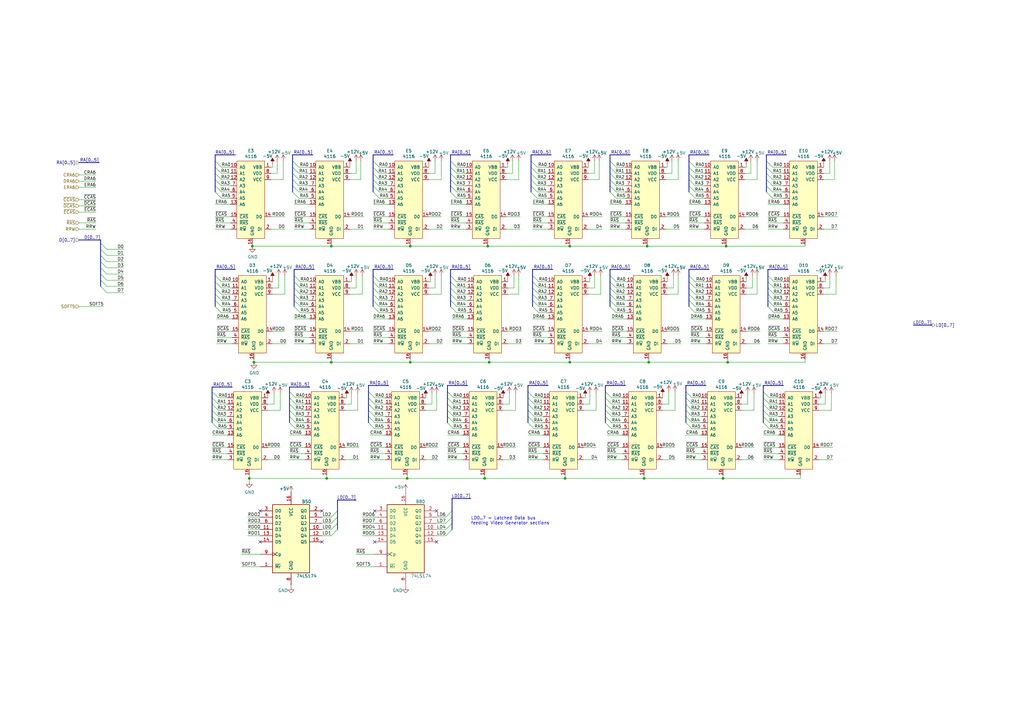
<source format=kicad_sch>
(kicad_sch (version 20231120) (generator "eeschema") (generator_version "8.0")
  (paper "A3")
  (title_block (title "Apple II+ Schematic") (rev "0") (comment 1 "Captured from the Apple II Reference Manual (1979)"))
  (junction (at 200.025 100.965))
  (junction (at 135.89 100.965))
  (junction (at 233.68 100.965))
  (junction (at 135.89 148.59))
  (junction (at 296.545 196.215))
  (junction (at 168.275 148.59))
  (junction (at 200.66 148.59))
  (junction (at 233.68 148.59))
  (junction (at 231.775 196.215))
  (junction (at 133.985 196.215))
  (junction (at 266.065 148.59))
  (junction (at 104.14 148.59))
  (junction (at 168.275 100.965))
  (junction (at 103.505 100.965))
  (junction (at 297.815 100.965))
  (junction (at 198.755 196.215))
  (junction (at 264.16 196.215))
  (junction (at 102.235 196.215))
  (junction (at 265.43 100.965))
  (junction (at 298.45 148.59))
  (junction (at 167.005 196.215))
  (no_connect (at 179.07 222.25))
  (no_connect (at 106.68 209.55))
  (no_connect (at 132.08 222.25))
  (no_connect (at 106.68 222.25))
  (no_connect (at 153.67 222.25))
  (no_connect (at 132.08 209.55))
  (no_connect (at 179.07 209.55))
  (no_connect (at 153.67 209.55))
  (bus_entry (at 314.96 125.73) (size 2.54 2.54))
  (bus_entry (at 282.575 120.65) (size 2.54 2.54))
  (bus_entry (at 151.13 170.815) (size 2.54 2.54))
  (bus_entry (at 248.285 168.275) (size 2.54 2.54))
  (bus_entry (at 184.785 66.04) (size 2.54 2.54))
  (bus_entry (at 118.745 165.735) (size 2.54 2.54))
  (bus_entry (at 250.19 115.57) (size 2.54 2.54))
  (bus_entry (at 183.515 163.195) (size 2.54 2.54))
  (bus_entry (at 86.995 170.815) (size 2.54 2.54))
  (bus_entry (at 313.055 163.195) (size 2.54 2.54))
  (bus_entry (at 153.035 120.65) (size 2.54 2.54))
  (bus_entry (at 314.325 71.12) (size 2.54 2.54))
  (bus_entry (at 88.265 76.2) (size 2.54 2.54))
  (bus_entry (at 314.325 76.2) (size 2.54 2.54))
  (bus_entry (at 118.745 168.275) (size 2.54 2.54))
  (bus_entry (at 120.65 123.19) (size 2.54 2.54))
  (bus_entry (at 282.575 123.19) (size 2.54 2.54))
  (bus_entry (at 118.745 160.655) (size 2.54 2.54))
  (bus_entry (at 250.19 73.66) (size 2.54 2.54))
  (bus_entry (at 184.785 68.58) (size 2.54 2.54))
  (bus_entry (at 250.19 71.12) (size 2.54 2.54))
  (bus_entry (at 184.785 123.19) (size 2.54 2.54))
  (bus_entry (at 184.785 120.65) (size 2.54 2.54))
  (bus_entry (at 88.265 113.03) (size 2.54 2.54))
  (bus_entry (at 88.265 66.04) (size 2.54 2.54))
  (bus_entry (at 138.43 214.63) (size -2.54 2.54))
  (bus_entry (at 217.805 78.74) (size 2.54 2.54))
  (bus_entry (at 153.035 123.19) (size 2.54 2.54))
  (bus_entry (at 250.19 78.74) (size 2.54 2.54))
  (bus_entry (at 153.035 118.11) (size 2.54 2.54))
  (bus_entry (at 314.325 78.74) (size 2.54 2.54))
  (bus_entry (at 120.65 115.57) (size 2.54 2.54))
  (bus_entry (at 151.13 173.355) (size 2.54 2.54))
  (bus_entry (at 86.995 173.355) (size 2.54 2.54))
  (bus_entry (at 88.265 123.19) (size 2.54 2.54))
  (bus_entry (at 218.44 113.03) (size 2.54 2.54))
  (bus_entry (at 282.575 78.74) (size 2.54 2.54))
  (bus_entry (at 185.42 209.55) (size -2.54 2.54))
  (bus_entry (at 250.19 123.19) (size 2.54 2.54))
  (bus_entry (at 313.055 168.275) (size 2.54 2.54))
  (bus_entry (at 250.19 68.58) (size 2.54 2.54))
  (bus_entry (at 88.265 125.73) (size 2.54 2.54))
  (bus_entry (at 216.535 168.275) (size 2.54 2.54))
  (bus_entry (at 314.96 118.11) (size 2.54 2.54))
  (bus_entry (at 250.19 113.03) (size 2.54 2.54))
  (bus_entry (at 314.96 113.03) (size 2.54 2.54))
  (bus_entry (at 248.285 165.735) (size 2.54 2.54))
  (bus_entry (at 217.805 66.04) (size 2.54 2.54))
  (bus_entry (at 218.44 115.57) (size 2.54 2.54))
  (bus_entry (at 88.265 73.66) (size 2.54 2.54))
  (bus_entry (at 314.96 120.65) (size 2.54 2.54))
  (bus_entry (at 217.805 73.66) (size 2.54 2.54))
  (bus_entry (at 184.785 113.03) (size 2.54 2.54))
  (bus_entry (at 120.65 120.65) (size 2.54 2.54))
  (bus_entry (at 86.995 160.655) (size 2.54 2.54))
  (bus_entry (at 314.96 123.19) (size 2.54 2.54))
  (bus_entry (at 120.65 113.03) (size 2.54 2.54))
  (bus_entry (at 153.035 78.74) (size 2.54 2.54))
  (bus_entry (at 153.035 66.04) (size 2.54 2.54))
  (bus_entry (at 88.265 71.12) (size 2.54 2.54))
  (bus_entry (at 281.305 165.735) (size 2.54 2.54))
  (bus_entry (at 183.515 168.275) (size 2.54 2.54))
  (bus_entry (at 218.44 123.19) (size 2.54 2.54))
  (bus_entry (at 88.265 120.65) (size 2.54 2.54))
  (bus_entry (at 217.805 68.58) (size 2.54 2.54))
  (bus_entry (at 120.015 71.12) (size 2.54 2.54))
  (bus_entry (at 185.42 214.63) (size -2.54 2.54))
  (bus_entry (at 282.575 76.2) (size 2.54 2.54))
  (bus_entry (at 41.275 117.475) (size 2.54 2.54))
  (bus_entry (at 185.42 212.09) (size -2.54 2.54))
  (bus_entry (at 248.285 173.355) (size 2.54 2.54))
  (bus_entry (at 118.745 170.815) (size 2.54 2.54))
  (bus_entry (at 185.42 217.17) (size -2.54 2.54))
  (bus_entry (at 281.305 173.355) (size 2.54 2.54))
  (bus_entry (at 184.785 115.57) (size 2.54 2.54))
  (bus_entry (at 217.805 71.12) (size 2.54 2.54))
  (bus_entry (at 282.575 68.58) (size 2.54 2.54))
  (bus_entry (at 41.275 107.315) (size 2.54 2.54))
  (bus_entry (at 184.785 125.73) (size 2.54 2.54))
  (bus_entry (at 183.515 170.815) (size 2.54 2.54))
  (bus_entry (at 138.43 209.55) (size -2.54 2.54))
  (bus_entry (at 153.035 113.03) (size 2.54 2.54))
  (bus_entry (at 216.535 170.815) (size 2.54 2.54))
  (bus_entry (at 248.285 160.655) (size 2.54 2.54))
  (bus_entry (at 86.995 165.735) (size 2.54 2.54))
  (bus_entry (at 282.575 66.04) (size 2.54 2.54))
  (bus_entry (at 313.055 170.815) (size 2.54 2.54))
  (bus_entry (at 250.19 120.65) (size 2.54 2.54))
  (bus_entry (at 153.035 115.57) (size 2.54 2.54))
  (bus_entry (at 281.305 163.195) (size 2.54 2.54))
  (bus_entry (at 41.275 112.395) (size 2.54 2.54))
  (bus_entry (at 216.535 165.735) (size 2.54 2.54))
  (bus_entry (at 41.275 109.855) (size 2.54 2.54))
  (bus_entry (at 184.785 73.66) (size 2.54 2.54))
  (bus_entry (at 217.805 76.2) (size 2.54 2.54))
  (bus_entry (at 151.13 163.195) (size 2.54 2.54))
  (bus_entry (at 153.035 71.12) (size 2.54 2.54))
  (bus_entry (at 216.535 163.195) (size 2.54 2.54))
  (bus_entry (at 88.265 118.11) (size 2.54 2.54))
  (bus_entry (at 120.015 73.66) (size 2.54 2.54))
  (bus_entry (at 282.575 71.12) (size 2.54 2.54))
  (bus_entry (at 248.285 170.815) (size 2.54 2.54))
  (bus_entry (at 313.055 173.355) (size 2.54 2.54))
  (bus_entry (at 314.325 66.04) (size 2.54 2.54))
  (bus_entry (at 183.515 165.735) (size 2.54 2.54))
  (bus_entry (at 282.575 113.03) (size 2.54 2.54))
  (bus_entry (at 218.44 120.65) (size 2.54 2.54))
  (bus_entry (at 120.015 76.2) (size 2.54 2.54))
  (bus_entry (at 41.275 102.235) (size 2.54 2.54))
  (bus_entry (at 282.575 115.57) (size 2.54 2.54))
  (bus_entry (at 138.43 217.17) (size -2.54 2.54))
  (bus_entry (at 118.745 163.195) (size 2.54 2.54))
  (bus_entry (at 184.785 78.74) (size 2.54 2.54))
  (bus_entry (at 184.785 71.12) (size 2.54 2.54))
  (bus_entry (at 281.305 160.655) (size 2.54 2.54))
  (bus_entry (at 313.055 165.735) (size 2.54 2.54))
  (bus_entry (at 314.96 115.57) (size 2.54 2.54))
  (bus_entry (at 120.65 118.11) (size 2.54 2.54))
  (bus_entry (at 250.19 125.73) (size 2.54 2.54))
  (bus_entry (at 151.13 165.735) (size 2.54 2.54))
  (bus_entry (at 88.265 68.58) (size 2.54 2.54))
  (bus_entry (at 120.015 68.58) (size 2.54 2.54))
  (bus_entry (at 314.325 68.58) (size 2.54 2.54))
  (bus_entry (at 282.575 73.66) (size 2.54 2.54))
  (bus_entry (at 250.19 118.11) (size 2.54 2.54))
  (bus_entry (at 218.44 118.11) (size 2.54 2.54))
  (bus_entry (at 120.015 66.04) (size 2.54 2.54))
  (bus_entry (at 250.19 76.2) (size 2.54 2.54))
  (bus_entry (at 120.65 125.73) (size 2.54 2.54))
  (bus_entry (at 153.035 68.58) (size 2.54 2.54))
  (bus_entry (at 218.44 125.73) (size 2.54 2.54))
  (bus_entry (at 88.265 78.74) (size 2.54 2.54))
  (bus_entry (at 282.575 125.73) (size 2.54 2.54))
  (bus_entry (at 282.575 118.11) (size 2.54 2.54))
  (bus_entry (at 88.265 115.57) (size 2.54 2.54))
  (bus_entry (at 138.43 212.09) (size -2.54 2.54))
  (bus_entry (at 86.995 163.195) (size 2.54 2.54))
  (bus_entry (at 184.785 76.2) (size 2.54 2.54))
  (bus_entry (at 153.035 76.2) (size 2.54 2.54))
  (bus_entry (at 151.13 160.655) (size 2.54 2.54))
  (bus_entry (at 313.055 160.655) (size 2.54 2.54))
  (bus_entry (at 86.995 168.275) (size 2.54 2.54))
  (bus_entry (at 216.535 160.655) (size 2.54 2.54))
  (bus_entry (at 153.035 125.73) (size 2.54 2.54))
  (bus_entry (at 314.325 73.66) (size 2.54 2.54))
  (bus_entry (at 41.275 114.935) (size 2.54 2.54))
  (bus_entry (at 250.19 66.04) (size 2.54 2.54))
  (bus_entry (at 120.015 78.74) (size 2.54 2.54))
  (bus_entry (at 281.305 168.275) (size 2.54 2.54))
  (bus_entry (at 41.275 104.775) (size 2.54 2.54))
  (bus_entry (at 184.785 118.11) (size 2.54 2.54))
  (bus_entry (at 41.275 99.695) (size 2.54 2.54))
  (bus_entry (at 216.535 173.355) (size 2.54 2.54))
  (bus_entry (at 118.745 173.355) (size 2.54 2.54))
  (bus_entry (at 151.13 168.275) (size 2.54 2.54))
  (bus_entry (at 281.305 170.815) (size 2.54 2.54))
  (bus_entry (at 153.035 73.66) (size 2.54 2.54))
  (bus_entry (at 248.285 163.195) (size 2.54 2.54))
  (bus_entry (at 183.515 160.655) (size 2.54 2.54))
  (bus_entry (at 183.515 173.355) (size 2.54 2.54))
  (bus (pts (xy 185.42 212.09) (xy 185.42 214.63)))
  (bus (pts (xy 183.515 158.115) (xy 191.77 158.115)))
  (wire (pts (xy 285.115 81.28) (xy 288.925 81.28)))
  (bus (pts (xy 153.035 123.19) (xy 153.035 125.73)))
  (wire (pts (xy 148.59 214.63) (xy 153.67 214.63)))
  (bus (pts (xy 88.265 73.66) (xy 88.265 76.2)))
  (wire (pts (xy 316.865 71.12) (xy 321.31 71.12)))
  (bus (pts (xy 281.305 163.195) (xy 281.305 165.735)))
  (wire (pts (xy 241.935 114.3) (xy 241.935 115.57)))
  (wire (pts (xy 206.375 188.595) (xy 211.455 188.595)))
  (wire (pts (xy 153.035 135.89) (xy 159.385 135.89)))
  (wire (pts (xy 116.84 120.65) (xy 116.84 113.03)))
  (wire (pts (xy 178.435 71.12) (xy 178.435 66.04)))
  (wire (pts (xy 153.035 138.43) (xy 159.385 138.43)))
  (bus (pts (xy 314.96 113.03) (xy 314.96 115.57)))
  (wire (pts (xy 296.545 194.945) (xy 296.545 196.215)))
  (bus (pts (xy 282.575 63.5) (xy 282.575 66.04)))
  (wire (pts (xy 216.535 188.595) (xy 222.885 188.595)))
  (wire (pts (xy 337.82 71.12) (xy 340.36 71.12)))
  (bus (pts (xy 153.035 76.2) (xy 153.035 78.74)))
  (bus (pts (xy 184.785 71.12) (xy 184.785 73.66)))
  (wire (pts (xy 175.895 73.66) (xy 180.975 73.66)))
  (wire (pts (xy 273.05 73.66) (xy 278.13 73.66)))
  (wire (pts (xy 266.065 147.32) (xy 266.065 148.59)))
  (bus (pts (xy 41.275 104.775) (xy 41.275 107.315)))
  (wire (pts (xy 90.805 76.2) (xy 94.615 76.2)))
  (wire (pts (xy 111.125 93.98) (xy 116.84 93.98)))
  (bus (pts (xy 153.035 118.11) (xy 153.035 120.65)))
  (wire (pts (xy 32.385 81.915) (xy 39.37 81.915)))
  (bus (pts (xy 250.19 68.58) (xy 250.19 71.12)))
  (wire (pts (xy 175.895 93.98) (xy 181.61 93.98)))
  (bus (pts (xy 151.13 160.655) (xy 151.13 163.195)))
  (bus (pts (xy 250.19 63.5) (xy 258.445 63.5)))
  (wire (pts (xy 185.42 140.97) (xy 191.77 140.97)))
  (wire (pts (xy 278.13 120.65) (xy 278.13 113.03)))
  (wire (pts (xy 90.805 81.28) (xy 94.615 81.28)))
  (wire (pts (xy 219.075 168.275) (xy 222.885 168.275)))
  (wire (pts (xy 285.115 68.58) (xy 288.925 68.58)))
  (bus (pts (xy 120.65 110.49) (xy 128.905 110.49)))
  (bus (pts (xy 153.035 71.12) (xy 153.035 73.66)))
  (wire (pts (xy 186.055 170.815) (xy 189.865 170.815)))
  (wire (pts (xy 143.51 120.65) (xy 148.59 120.65)))
  (wire (pts (xy 283.845 175.895) (xy 287.655 175.895)))
  (bus (pts (xy 120.65 110.49) (xy 120.65 113.03)))
  (wire (pts (xy 143.51 88.9) (xy 149.225 88.9)))
  (wire (pts (xy 285.115 115.57) (xy 289.56 115.57)))
  (wire (pts (xy 132.08 219.71) (xy 135.89 219.71)))
  (bus (pts (xy 88.265 123.19) (xy 88.265 125.73)))
  (wire (pts (xy 314.96 88.9) (xy 321.31 88.9)))
  (bus (pts (xy 282.575 113.03) (xy 282.575 115.57)))
  (wire (pts (xy 283.21 140.97) (xy 289.56 140.97)))
  (wire (pts (xy 218.44 130.81) (xy 224.79 130.81)))
  (wire (pts (xy 338.455 115.57) (xy 337.82 115.57)))
  (wire (pts (xy 306.07 140.97) (xy 311.785 140.97)))
  (bus (pts (xy 86.995 158.75) (xy 86.995 160.655)))
  (bus (pts (xy 138.43 214.63) (xy 138.43 217.17)))
  (wire (pts (xy 187.325 81.28) (xy 191.135 81.28)))
  (wire (pts (xy 88.265 83.82) (xy 94.615 83.82)))
  (wire (pts (xy 43.815 120.015) (xy 50.8 120.015)))
  (wire (pts (xy 143.51 93.98) (xy 149.225 93.98)))
  (wire (pts (xy 111.125 88.9) (xy 116.84 88.9)))
  (wire (pts (xy 123.19 118.11) (xy 127 118.11)))
  (wire (pts (xy 206.375 165.735) (xy 208.915 165.735)))
  (wire (pts (xy 252.73 120.65) (xy 257.175 120.65)))
  (bus (pts (xy 250.19 66.04) (xy 250.19 68.58)))
  (wire (pts (xy 122.555 76.2) (xy 127 76.2)))
  (wire (pts (xy 231.775 196.215) (xy 198.755 196.215)))
  (wire (pts (xy 143.51 140.97) (xy 149.225 140.97)))
  (bus (pts (xy 184.785 63.5) (xy 193.04 63.5)))
  (wire (pts (xy 121.285 168.275) (xy 125.095 168.275)))
  (bus (pts (xy 216.535 163.195) (xy 216.535 165.735)))
  (wire (pts (xy 89.535 165.735) (xy 93.345 165.735)))
  (bus (pts (xy 120.65 123.19) (xy 120.65 125.73)))
  (wire (pts (xy 88.265 88.9) (xy 94.615 88.9)))
  (wire (pts (xy 43.815 114.935) (xy 50.8 114.935)))
  (wire (pts (xy 250.825 163.195) (xy 255.27 163.195)))
  (bus (pts (xy 216.535 158.115) (xy 224.79 158.115)))
  (wire (pts (xy 179.07 219.71) (xy 182.88 219.71)))
  (wire (pts (xy 198.755 194.945) (xy 198.755 196.215)))
  (wire (pts (xy 142.24 162.56) (xy 142.24 163.195)))
  (wire (pts (xy 101.6 217.17) (xy 106.68 217.17)))
  (wire (pts (xy 178.435 118.11) (xy 178.435 113.03)))
  (bus (pts (xy 250.19 63.5) (xy 250.19 66.04)))
  (wire (pts (xy 111.76 120.65) (xy 116.84 120.65)))
  (wire (pts (xy 273.05 93.98) (xy 278.765 93.98)))
  (wire (pts (xy 265.43 100.33) (xy 265.43 100.965)))
  (wire (pts (xy 208.28 120.65) (xy 212.725 120.65)))
  (bus (pts (xy 185.42 209.55) (xy 185.42 212.09)))
  (bus (pts (xy 153.035 113.03) (xy 153.035 115.57)))
  (wire (pts (xy 32.385 71.755) (xy 39.37 71.755)))
  (wire (pts (xy 241.935 115.57) (xy 241.3 115.57)))
  (wire (pts (xy 317.5 123.19) (xy 321.31 123.19)))
  (bus (pts (xy 120.015 71.12) (xy 120.015 73.66)))
  (bus (pts (xy 120.015 68.58) (xy 120.015 71.12)))
  (wire (pts (xy 296.545 196.215) (xy 264.16 196.215)))
  (bus (pts (xy 153.035 66.04) (xy 153.035 68.58)))
  (bus (pts (xy 282.575 115.57) (xy 282.575 118.11)))
  (bus (pts (xy 314.96 118.11) (xy 314.96 120.65)))
  (wire (pts (xy 146.685 168.275) (xy 146.685 161.29)))
  (wire (pts (xy 143.51 71.12) (xy 146.05 71.12)))
  (wire (pts (xy 175.895 67.31) (xy 175.895 68.58)))
  (wire (pts (xy 135.89 100.33) (xy 135.89 100.965)))
  (bus (pts (xy 151.13 158.115) (xy 151.13 160.655)))
  (wire (pts (xy 153.035 91.44) (xy 159.385 91.44)))
  (bus (pts (xy 250.19 110.49) (xy 258.445 110.49)))
  (bus (pts (xy 86.995 170.815) (xy 86.995 173.355)))
  (wire (pts (xy 233.68 148.59) (xy 266.065 148.59)))
  (wire (pts (xy 122.555 68.58) (xy 127 68.58)))
  (wire (pts (xy 252.73 115.57) (xy 257.175 115.57)))
  (bus (pts (xy 313.055 160.655) (xy 313.055 163.195)))
  (wire (pts (xy 109.855 168.275) (xy 114.935 168.275)))
  (wire (pts (xy 304.165 188.595) (xy 309.245 188.595)))
  (wire (pts (xy 248.92 183.515) (xy 255.27 183.515)))
  (bus (pts (xy 281.305 158.115) (xy 281.305 160.655)))
  (bus (pts (xy 314.96 115.57) (xy 314.96 118.11)))
  (wire (pts (xy 313.055 183.515) (xy 319.405 183.515)))
  (wire (pts (xy 304.165 162.56) (xy 304.165 163.195)))
  (bus (pts (xy 248.285 158.115) (xy 248.285 160.655)))
  (wire (pts (xy 240.03 162.56) (xy 240.03 163.195)))
  (wire (pts (xy 252.73 68.58) (xy 256.54 68.58)))
  (bus (pts (xy 151.13 158.115) (xy 159.385 158.115)))
  (bus (pts (xy 250.19 123.19) (xy 250.19 125.73)))
  (wire (pts (xy 337.82 118.11) (xy 340.36 118.11)))
  (wire (pts (xy 250.825 135.89) (xy 257.175 135.89)))
  (wire (pts (xy 200.66 148.59) (xy 233.68 148.59)))
  (wire (pts (xy 184.785 91.44) (xy 191.135 91.44)))
  (wire (pts (xy 185.42 130.81) (xy 191.77 130.81)))
  (wire (pts (xy 208.28 118.11) (xy 210.82 118.11)))
  (bus (pts (xy 151.13 170.815) (xy 151.13 173.355)))
  (bus (pts (xy 183.515 160.655) (xy 183.515 163.195)))
  (wire (pts (xy 174.625 168.275) (xy 179.07 168.275)))
  (wire (pts (xy 220.345 71.12) (xy 224.79 71.12)))
  (wire (pts (xy 175.895 71.12) (xy 178.435 71.12)))
  (wire (pts (xy 103.505 100.965) (xy 135.89 100.965)))
  (wire (pts (xy 340.36 71.12) (xy 340.36 66.04)))
  (wire (pts (xy 335.915 168.275) (xy 340.995 168.275)))
  (wire (pts (xy 210.185 71.12) (xy 210.185 66.04)))
  (bus (pts (xy 248.285 163.195) (xy 248.285 165.735)))
  (wire (pts (xy 283.845 173.355) (xy 287.655 173.355)))
  (wire (pts (xy 153.035 130.81) (xy 159.385 130.81)))
  (bus (pts (xy 32.385 66.675) (xy 40.64 66.675)))
  (wire (pts (xy 206.375 168.275) (xy 211.455 168.275)))
  (wire (pts (xy 219.075 165.735) (xy 222.885 165.735)))
  (bus (pts (xy 248.285 160.655) (xy 248.285 163.195)))
  (wire (pts (xy 148.59 120.65) (xy 148.59 113.03)))
  (wire (pts (xy 146.05 118.11) (xy 146.05 113.03)))
  (wire (pts (xy 241.3 140.97) (xy 247.015 140.97)))
  (bus (pts (xy 313.055 158.115) (xy 313.055 160.655)))
  (wire (pts (xy 179.07 217.17) (xy 182.88 217.17)))
  (bus (pts (xy 216.535 160.655) (xy 216.535 163.195)))
  (bus (pts (xy 185.42 214.63) (xy 185.42 217.17)))
  (wire (pts (xy 231.775 194.945) (xy 231.775 196.215)))
  (wire (pts (xy 304.165 183.515) (xy 309.245 183.515)))
  (wire (pts (xy 252.73 118.11) (xy 257.175 118.11)))
  (bus (pts (xy 183.515 163.195) (xy 183.515 165.735)))
  (bus (pts (xy 250.19 113.03) (xy 250.19 115.57)))
  (wire (pts (xy 175.895 140.97) (xy 181.61 140.97)))
  (wire (pts (xy 250.19 88.9) (xy 256.54 88.9)))
  (wire (pts (xy 101.6 212.09) (xy 106.68 212.09)))
  (wire (pts (xy 241.3 71.12) (xy 243.84 71.12)))
  (wire (pts (xy 220.345 76.2) (xy 224.79 76.2)))
  (wire (pts (xy 271.78 168.275) (xy 276.86 168.275)))
  (wire (pts (xy 306.07 120.65) (xy 310.515 120.65)))
  (wire (pts (xy 285.115 76.2) (xy 288.925 76.2)))
  (wire (pts (xy 239.395 165.735) (xy 241.935 165.735)))
  (wire (pts (xy 248.92 188.595) (xy 255.27 188.595)))
  (wire (pts (xy 186.055 165.735) (xy 189.865 165.735)))
  (wire (pts (xy 144.145 165.735) (xy 144.145 161.29)))
  (wire (pts (xy 90.805 123.19) (xy 95.25 123.19)))
  (wire (pts (xy 313.055 188.595) (xy 319.405 188.595)))
  (wire (pts (xy 297.815 100.33) (xy 297.815 100.965)))
  (wire (pts (xy 121.285 175.895) (xy 125.095 175.895)))
  (wire (pts (xy 88.265 91.44) (xy 94.615 91.44)))
  (wire (pts (xy 89.535 168.275) (xy 93.345 168.275)))
  (wire (pts (xy 186.055 173.355) (xy 189.865 173.355)))
  (wire (pts (xy 88.9 130.81) (xy 95.25 130.81)))
  (bus (pts (xy 183.515 165.735) (xy 183.515 168.275)))
  (wire (pts (xy 317.5 115.57) (xy 321.31 115.57)))
  (bus (pts (xy 88.265 113.03) (xy 88.265 115.57)))
  (bus (pts (xy 86.995 168.275) (xy 86.995 170.815)))
  (bus (pts (xy 282.575 120.65) (xy 282.575 123.19)))
  (wire (pts (xy 298.45 147.32) (xy 298.45 148.59)))
  (wire (pts (xy 184.785 88.9) (xy 191.135 88.9)))
  (wire (pts (xy 153.67 165.735) (xy 158.115 165.735)))
  (wire (pts (xy 90.805 120.65) (xy 95.25 120.65)))
  (wire (pts (xy 155.575 118.11) (xy 159.385 118.11)))
  (wire (pts (xy 220.98 128.27) (xy 224.79 128.27)))
  (wire (pts (xy 148.59 219.71) (xy 153.67 219.71)))
  (bus (pts (xy 184.785 66.04) (xy 184.785 68.58)))
  (wire (pts (xy 271.78 161.925) (xy 271.78 163.195)))
  (bus (pts (xy 41.275 107.315) (xy 41.275 109.855)))
  (wire (pts (xy 90.805 128.27) (xy 95.25 128.27)))
  (wire (pts (xy 183.515 183.515) (xy 189.865 183.515)))
  (wire (pts (xy 121.285 163.195) (xy 125.095 163.195)))
  (wire (pts (xy 219.075 163.195) (xy 222.885 163.195)))
  (wire (pts (xy 316.865 73.66) (xy 321.31 73.66)))
  (bus (pts (xy 184.785 113.03) (xy 184.785 115.57)))
  (wire (pts (xy 167.005 196.215) (xy 133.985 196.215)))
  (bus (pts (xy 184.785 110.49) (xy 193.04 110.49)))
  (bus (pts (xy 281.305 170.815) (xy 281.305 173.355)))
  (wire (pts (xy 219.075 170.815) (xy 222.885 170.815)))
  (wire (pts (xy 111.76 114.3) (xy 111.76 115.57)))
  (wire (pts (xy 153.035 83.82) (xy 159.385 83.82)))
  (bus (pts (xy 118.745 170.815) (xy 118.745 173.355)))
  (wire (pts (xy 168.275 100.965) (xy 200.025 100.965)))
  (wire (pts (xy 155.575 76.2) (xy 159.385 76.2)))
  (wire (pts (xy 285.115 73.66) (xy 288.925 73.66)))
  (wire (pts (xy 153.035 93.98) (xy 159.385 93.98)))
  (bus (pts (xy 248.285 170.815) (xy 248.285 173.355)))
  (bus (pts (xy 216.535 165.735) (xy 216.535 168.275)))
  (wire (pts (xy 206.375 162.56) (xy 206.375 163.195)))
  (wire (pts (xy 306.07 135.89) (xy 311.785 135.89)))
  (bus (pts (xy 41.275 102.235) (xy 41.275 104.775)))
  (wire (pts (xy 86.995 188.595) (xy 93.345 188.595)))
  (wire (pts (xy 250.825 173.355) (xy 255.27 173.355)))
  (wire (pts (xy 216.535 183.515) (xy 222.885 183.515)))
  (bus (pts (xy 184.785 68.58) (xy 184.785 71.12)))
  (wire (pts (xy 252.73 81.28) (xy 256.54 81.28)))
  (bus (pts (xy 184.785 118.11) (xy 184.785 120.65)))
  (wire (pts (xy 315.595 173.355) (xy 319.405 173.355)))
  (wire (pts (xy 241.3 73.66) (xy 245.745 73.66)))
  (wire (pts (xy 307.975 71.12) (xy 307.975 66.04)))
  (bus (pts (xy 248.285 158.115) (xy 256.54 158.115)))
  (bus (pts (xy 118.745 158.75) (xy 118.745 160.655)))
  (wire (pts (xy 120.65 88.9) (xy 127 88.9)))
  (wire (pts (xy 120.65 138.43) (xy 127 138.43)))
  (bus (pts (xy 314.96 110.49) (xy 314.96 113.03)))
  (wire (pts (xy 123.19 123.19) (xy 127 123.19)))
  (wire (pts (xy 317.5 120.65) (xy 321.31 120.65)))
  (bus (pts (xy 88.265 63.5) (xy 88.265 66.04)))
  (wire (pts (xy 252.73 71.12) (xy 256.54 71.12)))
  (wire (pts (xy 111.125 71.12) (xy 113.665 71.12)))
  (wire (pts (xy 123.19 125.73) (xy 127 125.73)))
  (bus (pts (xy 281.305 160.655) (xy 281.305 163.195)))
  (wire (pts (xy 283.845 170.815) (xy 287.655 170.815)))
  (wire (pts (xy 114.3 113.03) (xy 114.3 118.11)))
  (wire (pts (xy 112.395 165.735) (xy 112.395 161.29)))
  (wire (pts (xy 220.345 81.28) (xy 224.79 81.28)))
  (wire (pts (xy 43.815 117.475) (xy 50.8 117.475)))
  (wire (pts (xy 233.68 100.965) (xy 265.43 100.965)))
  (wire (pts (xy 244.475 168.275) (xy 244.475 161.29)))
  (bus (pts (xy 282.575 73.66) (xy 282.575 76.2)))
  (bus (pts (xy 184.785 73.66) (xy 184.785 76.2)))
  (wire (pts (xy 153.035 88.9) (xy 159.385 88.9)))
  (wire (pts (xy 216.535 186.055) (xy 222.885 186.055)))
  (wire (pts (xy 187.325 128.27) (xy 191.77 128.27)))
  (wire (pts (xy 206.375 183.515) (xy 211.455 183.515)))
  (wire (pts (xy 200.025 100.33) (xy 200.025 100.965)))
  (bus (pts (xy 313.055 163.195) (xy 313.055 165.735)))
  (bus (pts (xy 153.035 68.58) (xy 153.035 71.12)))
  (wire (pts (xy 285.115 123.19) (xy 289.56 123.19)))
  (bus (pts (xy 118.745 160.655) (xy 118.745 163.195)))
  (wire (pts (xy 342.9 120.65) (xy 342.9 113.03)))
  (wire (pts (xy 132.08 217.17) (xy 135.89 217.17)))
  (bus (pts (xy 138.43 209.55) (xy 138.43 212.09)))
  (bus (pts (xy 248.285 168.275) (xy 248.285 170.815)))
  (wire (pts (xy 111.76 140.97) (xy 117.475 140.97)))
  (wire (pts (xy 186.055 175.895) (xy 189.865 175.895)))
  (bus (pts (xy 184.785 110.49) (xy 184.785 113.03)))
  (wire (pts (xy 315.595 168.275) (xy 319.405 168.275)))
  (wire (pts (xy 281.305 188.595) (xy 287.655 188.595)))
  (wire (pts (xy 250.825 138.43) (xy 257.175 138.43)))
  (bus (pts (xy 184.785 123.19) (xy 184.785 125.73)))
  (wire (pts (xy 174.625 162.56) (xy 174.625 163.195)))
  (wire (pts (xy 120.65 91.44) (xy 127 91.44)))
  (wire (pts (xy 250.825 175.895) (xy 255.27 175.895)))
  (wire (pts (xy 104.14 147.32) (xy 104.14 148.59)))
  (bus (pts (xy 217.805 63.5) (xy 217.805 66.04)))
  (wire (pts (xy 218.44 93.98) (xy 224.79 93.98)))
  (wire (pts (xy 250.825 170.815) (xy 255.27 170.815)))
  (wire (pts (xy 308.61 118.11) (xy 308.61 113.03)))
  (wire (pts (xy 337.82 140.97) (xy 343.535 140.97)))
  (bus (pts (xy 96.52 63.5) (xy 88.265 63.5)))
  (bus (pts (xy 120.015 76.2) (xy 120.015 78.74)))
  (wire (pts (xy 212.725 73.66) (xy 212.725 66.04)))
  (wire (pts (xy 220.345 73.66) (xy 224.79 73.66)))
  (wire (pts (xy 248.92 186.055) (xy 255.27 186.055)))
  (bus (pts (xy 282.575 110.49) (xy 290.83 110.49)))
  (wire (pts (xy 151.765 186.055) (xy 158.115 186.055)))
  (bus (pts (xy 120.015 73.66) (xy 120.015 76.2)))
  (bus (pts (xy 118.745 165.735) (xy 118.745 168.275)))
  (bus (pts (xy 250.19 115.57) (xy 250.19 118.11)))
  (wire (pts (xy 220.98 123.19) (xy 224.79 123.19)))
  (wire (pts (xy 111.76 135.89) (xy 116.84 135.89)))
  (wire (pts (xy 252.73 78.74) (xy 256.54 78.74)))
  (wire (pts (xy 155.575 81.28) (xy 159.385 81.28)))
  (wire (pts (xy 314.96 138.43) (xy 321.31 138.43)))
  (bus (pts (xy 218.44 123.19) (xy 218.44 125.73)))
  (wire (pts (xy 120.65 135.89) (xy 127 135.89)))
  (wire (pts (xy 168.275 100.33) (xy 168.275 100.965)))
  (wire (pts (xy 153.67 170.815) (xy 158.115 170.815)))
  (wire (pts (xy 212.725 120.65) (xy 212.725 113.03)))
  (wire (pts (xy 241.3 120.65) (xy 246.38 120.65)))
  (wire (pts (xy 271.78 188.595) (xy 276.86 188.595)))
  (wire (pts (xy 317.5 118.11) (xy 321.31 118.11)))
  (wire (pts (xy 337.82 135.89) (xy 343.535 135.89)))
  (wire (pts (xy 187.325 68.58) (xy 191.135 68.58)))
  (wire (pts (xy 233.68 100.33) (xy 233.68 100.965)))
  (wire (pts (xy 208.28 68.58) (xy 207.645 68.58)))
  (wire (pts (xy 111.76 67.31) (xy 111.76 68.58)))
  (wire (pts (xy 141.605 183.515) (xy 147.32 183.515)))
  (wire (pts (xy 143.51 73.66) (xy 147.955 73.66)))
  (bus (pts (xy 183.515 168.275) (xy 183.515 170.815)))
  (wire (pts (xy 187.325 125.73) (xy 191.77 125.73)))
  (wire (pts (xy 186.055 163.195) (xy 189.865 163.195)))
  (bus (pts (xy 153.035 115.57) (xy 153.035 118.11)))
  (wire (pts (xy 297.815 100.965) (xy 330.2 100.965)))
  (bus (pts (xy 314.325 73.66) (xy 314.325 76.2)))
  (wire (pts (xy 252.73 128.27) (xy 257.175 128.27)))
  (wire (pts (xy 241.3 93.98) (xy 247.015 93.98)))
  (wire (pts (xy 250.825 165.735) (xy 255.27 165.735)))
  (wire (pts (xy 283.845 165.735) (xy 287.655 165.735)))
  (bus (pts (xy 118.745 168.275) (xy 118.745 170.815)))
  (wire (pts (xy 250.825 130.81) (xy 257.175 130.81)))
  (wire (pts (xy 317.5 125.73) (xy 321.31 125.73)))
  (bus (pts (xy 88.265 110.49) (xy 88.265 113.03)))
  (wire (pts (xy 252.73 123.19) (xy 257.175 123.19)))
  (wire (pts (xy 187.325 76.2) (xy 191.135 76.2)))
  (wire (pts (xy 281.305 186.055) (xy 287.655 186.055)))
  (wire (pts (xy 86.995 186.055) (xy 93.345 186.055)))
  (wire (pts (xy 32.385 86.995) (xy 39.37 86.995)))
  (wire (pts (xy 176.53 115.57) (xy 175.895 115.57)))
  (wire (pts (xy 335.915 188.595) (xy 341.63 188.595)))
  (wire (pts (xy 252.73 76.2) (xy 256.54 76.2)))
  (wire (pts (xy 146.05 232.41) (xy 153.67 232.41)))
  (bus (pts (xy 314.325 63.5) (xy 314.325 66.04)))
  (bus (pts (xy 250.19 76.2) (xy 250.19 78.74)))
  (bus (pts (xy 88.265 118.11) (xy 88.265 120.65)))
  (wire (pts (xy 239.395 168.275) (xy 244.475 168.275)))
  (wire (pts (xy 281.305 178.435) (xy 287.655 178.435)))
  (wire (pts (xy 233.68 147.32) (xy 233.68 148.59)))
  (wire (pts (xy 186.055 168.275) (xy 189.865 168.275)))
  (bus (pts (xy 314.325 66.04) (xy 314.325 68.58)))
  (wire (pts (xy 133.985 194.945) (xy 133.985 196.215)))
  (bus (pts (xy 88.265 76.2) (xy 88.265 78.74)))
  (wire (pts (xy 187.325 120.65) (xy 191.77 120.65)))
  (wire (pts (xy 304.165 168.275) (xy 309.245 168.275)))
  (wire (pts (xy 141.605 188.595) (xy 147.32 188.595)))
  (bus (pts (xy 282.575 71.12) (xy 282.575 73.66)))
  (wire (pts (xy 122.555 78.74) (xy 127 78.74)))
  (wire (pts (xy 246.38 120.65) (xy 246.38 113.03)))
  (bus (pts (xy 151.13 165.735) (xy 151.13 168.275)))
  (wire (pts (xy 185.42 138.43) (xy 191.77 138.43)))
  (wire (pts (xy 102.235 196.215) (xy 102.235 194.945)))
  (wire (pts (xy 132.08 214.63) (xy 135.89 214.63)))
  (wire (pts (xy 273.685 114.3) (xy 273.685 115.57)))
  (bus (pts (xy 118.745 163.195) (xy 118.745 165.735)))
  (wire (pts (xy 43.815 112.395) (xy 50.8 112.395)))
  (wire (pts (xy 211.455 168.275) (xy 211.455 161.29)))
  (wire (pts (xy 340.36 118.11) (xy 340.36 113.03)))
  (wire (pts (xy 310.515 73.66) (xy 310.515 66.04)))
  (bus (pts (xy 281.305 168.275) (xy 281.305 170.815)))
  (wire (pts (xy 90.805 125.73) (xy 95.25 125.73)))
  (wire (pts (xy 335.915 165.735) (xy 338.455 165.735)))
  (bus (pts (xy 184.785 115.57) (xy 184.785 118.11)))
  (bus (pts (xy 86.995 160.655) (xy 86.995 163.195)))
  (wire (pts (xy 146.05 227.33) (xy 153.67 227.33)))
  (wire (pts (xy 113.665 71.12) (xy 113.665 66.04)))
  (bus (pts (xy 88.265 110.49) (xy 96.52 110.49)))
  (bus (pts (xy 41.275 112.395) (xy 41.275 114.935)))
  (wire (pts (xy 101.6 214.63) (xy 106.68 214.63)))
  (bus (pts (xy 120.015 63.5) (xy 128.27 63.5)))
  (wire (pts (xy 285.115 78.74) (xy 288.925 78.74)))
  (bus (pts (xy 218.44 118.11) (xy 218.44 120.65)))
  (wire (pts (xy 248.92 178.435) (xy 255.27 178.435)))
  (wire (pts (xy 187.325 115.57) (xy 191.77 115.57)))
  (wire (pts (xy 285.115 71.12) (xy 288.925 71.12)))
  (wire (pts (xy 121.285 170.815) (xy 125.095 170.815)))
  (wire (pts (xy 219.075 140.97) (xy 224.79 140.97)))
  (wire (pts (xy 250.19 93.98) (xy 256.54 93.98)))
  (wire (pts (xy 316.865 81.28) (xy 321.31 81.28)))
  (wire (pts (xy 183.515 186.055) (xy 189.865 186.055)))
  (wire (pts (xy 275.59 71.12) (xy 275.59 66.04)))
  (bus (pts (xy 314.325 71.12) (xy 314.325 73.66)))
  (wire (pts (xy 187.325 78.74) (xy 191.135 78.74)))
  (wire (pts (xy 340.995 168.275) (xy 340.995 161.29)))
  (bus (pts (xy 217.805 71.12) (xy 217.805 73.66)))
  (wire (pts (xy 316.865 78.74) (xy 321.31 78.74)))
  (wire (pts (xy 43.815 104.775) (xy 50.8 104.775)))
  (wire (pts (xy 88.265 93.98) (xy 94.615 93.98)))
  (wire (pts (xy 183.515 188.595) (xy 189.865 188.595)))
  (bus (pts (xy 153.035 120.65) (xy 153.035 123.19)))
  (bus (pts (xy 88.265 115.57) (xy 88.265 118.11)))
  (bus (pts (xy 88.265 120.65) (xy 88.265 123.19)))
  (bus (pts (xy 118.745 158.75) (xy 127 158.75)))
  (bus (pts (xy 374.65 133.35) (xy 382.27 133.35)))
  (wire (pts (xy 153.67 168.275) (xy 158.115 168.275)))
  (wire (pts (xy 187.325 123.19) (xy 191.77 123.19)))
  (wire (pts (xy 200.025 100.965) (xy 233.68 100.965)))
  (wire (pts (xy 218.44 88.9) (xy 224.79 88.9)))
  (wire (pts (xy 88.9 140.97) (xy 95.25 140.97)))
  (wire (pts (xy 109.855 188.595) (xy 114.935 188.595)))
  (wire (pts (xy 88.9 135.89) (xy 95.25 135.89)))
  (wire (pts (xy 314.96 130.81) (xy 321.31 130.81)))
  (wire (pts (xy 231.775 196.215) (xy 264.16 196.215)))
  (bus (pts (xy 151.13 168.275) (xy 151.13 170.815)))
  (wire (pts (xy 276.86 168.275) (xy 276.86 160.655)))
  (wire (pts (xy 283.845 163.195) (xy 287.655 163.195)))
  (bus (pts (xy 183.515 170.815) (xy 183.515 173.355)))
  (wire (pts (xy 315.595 163.195) (xy 319.405 163.195)))
  (wire (pts (xy 285.115 125.73) (xy 289.56 125.73)))
  (wire (pts (xy 99.06 227.33) (xy 106.68 227.33)))
  (wire (pts (xy 274.32 160.655) (xy 274.32 165.735)))
  (wire (pts (xy 342.265 73.66) (xy 342.265 66.04)))
  (wire (pts (xy 43.815 109.855) (xy 50.8 109.855)))
  (wire (pts (xy 306.07 114.3) (xy 306.07 115.57)))
  (bus (pts (xy 282.575 110.49) (xy 282.575 113.03)))
  (bus (pts (xy 217.805 76.2) (xy 217.805 78.74)))
  (wire (pts (xy 330.2 147.32) (xy 330.2 148.59)))
  (wire (pts (xy 281.305 183.515) (xy 287.655 183.515)))
  (wire (pts (xy 250.19 83.82) (xy 256.54 83.82)))
  (wire (pts (xy 155.575 68.58) (xy 159.385 68.58)))
  (bus (pts (xy 138.43 205.105) (xy 146.05 205.105)))
  (wire (pts (xy 273.685 67.31) (xy 273.685 68.58)))
  (wire (pts (xy 144.145 114.3) (xy 144.145 115.57)))
  (wire (pts (xy 118.745 178.435) (xy 125.095 178.435)))
  (wire (pts (xy 337.82 120.65) (xy 342.9 120.65)))
  (wire (pts (xy 315.595 175.895) (xy 319.405 175.895)))
  (bus (pts (xy 216.535 170.815) (xy 216.535 173.355)))
  (wire (pts (xy 142.24 163.195) (xy 141.605 163.195)))
  (wire (pts (xy 219.075 175.895) (xy 222.885 175.895)))
  (wire (pts (xy 155.575 115.57) (xy 159.385 115.57)))
  (bus (pts (xy 217.805 73.66) (xy 217.805 76.2)))
  (wire (pts (xy 250.19 91.44) (xy 256.54 91.44)))
  (wire (pts (xy 336.55 163.195) (xy 335.915 163.195)))
  (wire (pts (xy 328.295 196.215) (xy 296.545 196.215)))
  (wire (pts (xy 32.385 76.835) (xy 39.37 76.835)))
  (wire (pts (xy 220.345 78.74) (xy 224.79 78.74)))
  (wire (pts (xy 121.285 173.355) (xy 125.095 173.355)))
  (wire (pts (xy 273.685 140.97) (xy 279.4 140.97)))
  (wire (pts (xy 86.995 178.435) (xy 93.345 178.435)))
  (wire (pts (xy 89.535 173.355) (xy 93.345 173.355)))
  (bus (pts (xy 218.44 113.03) (xy 218.44 115.57)))
  (wire (pts (xy 185.42 135.89) (xy 191.77 135.89)))
  (wire (pts (xy 304.165 165.735) (xy 306.705 165.735)))
  (wire (pts (xy 120.65 83.82) (xy 127 83.82)))
  (bus (pts (xy 216.535 158.115) (xy 216.535 160.655)))
  (wire (pts (xy 314.96 140.97) (xy 321.31 140.97)))
  (bus (pts (xy 88.265 71.12) (xy 88.265 73.66)))
  (bus (pts (xy 282.575 63.5) (xy 290.83 63.5)))
  (wire (pts (xy 90.805 73.66) (xy 94.615 73.66)))
  (bus (pts (xy 41.275 98.425) (xy 41.275 99.695)))
  (bus (pts (xy 120.65 115.57) (xy 120.65 118.11)))
  (wire (pts (xy 133.985 196.215) (xy 102.235 196.215)))
  (wire (pts (xy 273.05 88.9) (xy 278.765 88.9)))
  (wire (pts (xy 208.28 135.89) (xy 213.995 135.89)))
  (bus (pts (xy 314.96 123.19) (xy 314.96 125.73)))
  (wire (pts (xy 187.325 73.66) (xy 191.135 73.66)))
  (wire (pts (xy 241.3 135.89) (xy 247.015 135.89)))
  (wire (pts (xy 32.385 125.73) (xy 42.545 125.73)))
  (wire (pts (xy 175.895 118.11) (xy 178.435 118.11)))
  (wire (pts (xy 314.96 91.44) (xy 321.31 91.44)))
  (wire (pts (xy 153.67 163.195) (xy 158.115 163.195)))
  (wire (pts (xy 210.82 118.11) (xy 210.82 113.03)))
  (wire (pts (xy 208.28 140.97) (xy 213.995 140.97)))
  (wire (pts (xy 155.575 120.65) (xy 159.385 120.65)))
  (bus (pts (xy 153.035 63.5) (xy 161.29 63.5)))
  (wire (pts (xy 99.06 232.41) (xy 106.68 232.41)))
  (wire (pts (xy 122.555 71.12) (xy 127 71.12)))
  (wire (pts (xy 207.645 88.9) (xy 213.36 88.9)))
  (bus (pts (xy 218.44 120.65) (xy 218.44 123.19)))
  (wire (pts (xy 273.685 68.58) (xy 273.05 68.58)))
  (wire (pts (xy 187.325 118.11) (xy 191.77 118.11)))
  (wire (pts (xy 167.005 194.945) (xy 167.005 196.215)))
  (wire (pts (xy 141.605 168.275) (xy 146.685 168.275)))
  (wire (pts (xy 273.685 118.11) (xy 276.225 118.11)))
  (wire (pts (xy 216.535 178.435) (xy 222.885 178.435)))
  (wire (pts (xy 243.84 118.11) (xy 243.84 113.03)))
  (bus (pts (xy 41.275 109.855) (xy 41.275 112.395)))
  (wire (pts (xy 32.385 91.44) (xy 39.37 91.44)))
  (bus (pts (xy 250.19 71.12) (xy 250.19 73.66)))
  (wire (pts (xy 155.575 71.12) (xy 159.385 71.12)))
  (wire (pts (xy 175.895 120.65) (xy 180.975 120.65)))
  (wire (pts (xy 135.89 147.32) (xy 135.89 148.59)))
  (wire (pts (xy 315.595 165.735) (xy 319.405 165.735)))
  (wire (pts (xy 285.115 120.65) (xy 289.56 120.65)))
  (bus (pts (xy 282.575 76.2) (xy 282.575 78.74)))
  (wire (pts (xy 218.44 91.44) (xy 224.79 91.44)))
  (wire (pts (xy 153.67 173.355) (xy 158.115 173.355)))
  (wire (pts (xy 313.055 186.055) (xy 319.405 186.055)))
  (wire (pts (xy 187.325 71.12) (xy 191.135 71.12)))
  (wire (pts (xy 241.3 88.9) (xy 247.015 88.9)))
  (wire (pts (xy 89.535 175.895) (xy 93.345 175.895)))
  (wire (pts (xy 338.455 114.3) (xy 338.455 115.57)))
  (bus (pts (xy 314.96 110.49) (xy 323.215 110.49)))
  (wire (pts (xy 298.45 148.59) (xy 330.2 148.59)))
  (wire (pts (xy 143.51 118.11) (xy 146.05 118.11)))
  (bus (pts (xy 120.015 66.04) (xy 120.015 68.58)))
  (wire (pts (xy 220.98 118.11) (xy 224.79 118.11)))
  (bus (pts (xy 250.19 110.49) (xy 250.19 113.03)))
  (bus (pts (xy 313.055 158.115) (xy 321.31 158.115)))
  (bus (pts (xy 282.575 118.11) (xy 282.575 120.65)))
  (wire (pts (xy 90.805 115.57) (xy 95.25 115.57)))
  (wire (pts (xy 143.51 67.31) (xy 143.51 68.58)))
  (wire (pts (xy 174.625 183.515) (xy 179.705 183.515)))
  (wire (pts (xy 239.395 183.515) (xy 244.475 183.515)))
  (wire (pts (xy 273.05 71.12) (xy 275.59 71.12)))
  (wire (pts (xy 330.2 100.965) (xy 330.2 100.33)))
  (bus (pts (xy 120.65 120.65) (xy 120.65 123.19)))
  (wire (pts (xy 153.67 175.895) (xy 158.115 175.895)))
  (wire (pts (xy 218.44 135.89) (xy 224.79 135.89)))
  (wire (pts (xy 111.125 73.66) (xy 116.205 73.66)))
  (bus (pts (xy 185.42 204.47) (xy 193.04 204.47)))
  (wire (pts (xy 174.625 165.735) (xy 177.165 165.735)))
  (wire (pts (xy 207.645 73.66) (xy 212.725 73.66)))
  (wire (pts (xy 179.07 212.09) (xy 182.88 212.09)))
  (wire (pts (xy 219.075 173.355) (xy 222.885 173.355)))
  (wire (pts (xy 316.865 76.2) (xy 321.31 76.2)))
  (bus (pts (xy 218.44 115.57) (xy 218.44 118.11)))
  (bus (pts (xy 250.19 73.66) (xy 250.19 76.2)))
  (wire (pts (xy 122.555 81.28) (xy 127 81.28)))
  (bus (pts (xy 250.19 118.11) (xy 250.19 120.65)))
  (wire (pts (xy 43.815 107.315) (xy 50.8 107.315)))
  (wire (pts (xy 122.555 73.66) (xy 127 73.66)))
  (wire (pts (xy 282.575 91.44) (xy 288.925 91.44)))
  (wire (pts (xy 305.435 88.9) (xy 311.15 88.9)))
  (wire (pts (xy 123.19 115.57) (xy 127 115.57)))
  (wire (pts (xy 32.385 93.98) (xy 39.37 93.98)))
  (wire (pts (xy 198.755 196.215) (xy 167.005 196.215)))
  (bus (pts (xy 217.805 66.04) (xy 217.805 68.58)))
  (wire (pts (xy 314.96 135.89) (xy 321.31 135.89)))
  (wire (pts (xy 250.825 140.97) (xy 257.175 140.97)))
  (bus (pts (xy 218.44 110.49) (xy 218.44 113.03)))
  (wire (pts (xy 176.53 114.3) (xy 176.53 115.57)))
  (wire (pts (xy 89.535 170.815) (xy 93.345 170.815)))
  (wire (pts (xy 103.505 100.33) (xy 103.505 100.965)))
  (wire (pts (xy 109.855 165.735) (xy 112.395 165.735)))
  (bus (pts (xy 314.325 63.5) (xy 322.58 63.5)))
  (wire (pts (xy 273.685 120.65) (xy 278.13 120.65)))
  (wire (pts (xy 337.82 67.31) (xy 337.82 68.58)))
  (wire (pts (xy 337.82 73.66) (xy 342.265 73.66)))
  (wire (pts (xy 143.51 135.89) (xy 149.225 135.89)))
  (wire (pts (xy 109.855 183.515) (xy 114.935 183.515)))
  (bus (pts (xy 282.575 123.19) (xy 282.575 125.73)))
  (wire (pts (xy 314.96 83.82) (xy 321.31 83.82)))
  (wire (pts (xy 282.575 88.9) (xy 288.925 88.9)))
  (bus (pts (xy 185.42 204.47) (xy 185.42 209.55)))
  (bus (pts (xy 120.65 118.11) (xy 120.65 120.65)))
  (wire (pts (xy 243.84 71.12) (xy 243.84 66.04)))
  (wire (pts (xy 155.575 123.19) (xy 159.385 123.19)))
  (wire (pts (xy 120.65 140.97) (xy 127 140.97)))
  (bus (pts (xy 313.055 165.735) (xy 313.055 168.275)))
  (wire (pts (xy 207.645 71.12) (xy 210.185 71.12)))
  (bus (pts (xy 313.055 170.815) (xy 313.055 173.355)))
  (wire (pts (xy 264.16 194.945) (xy 264.16 196.215)))
  (bus (pts (xy 281.305 165.735) (xy 281.305 168.275)))
  (bus (pts (xy 314.96 120.65) (xy 314.96 123.19)))
  (wire (pts (xy 208.28 67.31) (xy 208.28 68.58)))
  (wire (pts (xy 241.3 67.31) (xy 241.3 68.58)))
  (bus (pts (xy 138.43 212.09) (xy 138.43 214.63)))
  (wire (pts (xy 328.295 194.945) (xy 328.295 196.215)))
  (bus (pts (xy 218.44 110.49) (xy 226.695 110.49)))
  (bus (pts (xy 41.275 114.935) (xy 41.275 117.475)))
  (wire (pts (xy 114.3 118.11) (xy 111.76 118.11)))
  (bus (pts (xy 88.265 68.58) (xy 88.265 71.12)))
  (wire (pts (xy 90.805 71.12) (xy 94.615 71.12)))
  (wire (pts (xy 88.9 138.43) (xy 95.25 138.43)))
  (bus (pts (xy 153.035 63.5) (xy 153.035 66.04)))
  (wire (pts (xy 305.435 71.12) (xy 307.975 71.12)))
  (bus (pts (xy 184.785 76.2) (xy 184.785 78.74)))
  (wire (pts (xy 174.625 188.595) (xy 179.705 188.595)))
  (wire (pts (xy 306.07 68.58) (xy 305.435 68.58)))
  (wire (pts (xy 252.73 125.73) (xy 257.175 125.73)))
  (bus (pts (xy 184.785 63.5) (xy 184.785 66.04)))
  (wire (pts (xy 241.3 118.11) (xy 243.84 118.11)))
  (wire (pts (xy 220.98 125.73) (xy 224.79 125.73)))
  (wire (pts (xy 118.745 186.055) (xy 125.095 186.055)))
  (wire (pts (xy 309.245 168.275) (xy 309.245 161.29)))
  (wire (pts (xy 118.745 188.595) (xy 125.095 188.595)))
  (wire (pts (xy 135.89 100.965) (xy 168.275 100.965)))
  (wire (pts (xy 313.055 178.435) (xy 319.405 178.435)))
  (wire (pts (xy 155.575 128.27) (xy 159.385 128.27)))
  (wire (pts (xy 179.07 168.275) (xy 179.07 161.29)))
  (wire (pts (xy 123.19 128.27) (xy 127 128.27)))
  (bus (pts (xy 216.535 168.275) (xy 216.535 170.815)))
  (wire (pts (xy 207.645 93.98) (xy 213.36 93.98)))
  (bus (pts (xy 88.265 66.04) (xy 88.265 68.58)))
  (wire (pts (xy 282.575 93.98) (xy 288.925 93.98)))
  (wire (pts (xy 220.345 68.58) (xy 224.79 68.58)))
  (bus (pts (xy 86.995 158.75) (xy 95.25 158.75)))
  (bus (pts (xy 282.575 66.04) (xy 282.575 68.58)))
  (wire (pts (xy 252.73 73.66) (xy 256.54 73.66)))
  (wire (pts (xy 121.285 165.735) (xy 125.095 165.735)))
  (wire (pts (xy 175.895 135.89) (xy 180.975 135.89)))
  (wire (pts (xy 274.32 165.735) (xy 271.78 165.735)))
  (wire (pts (xy 208.915 165.735) (xy 208.915 161.29)))
  (bus (pts (xy 250.19 120.65) (xy 250.19 123.19)))
  (bus (pts (xy 151.13 163.195) (xy 151.13 165.735)))
  (bus (pts (xy 86.995 163.195) (xy 86.995 165.735)))
  (bus (pts (xy 282.575 68.58) (xy 282.575 71.12)))
  (wire (pts (xy 271.78 183.515) (xy 276.86 183.515)))
  (wire (pts (xy 32.385 74.295) (xy 39.37 74.295)))
  (bus (pts (xy 183.515 158.115) (xy 183.515 160.655)))
  (wire (pts (xy 119.38 240.03) (xy 119.38 240.665)))
  (wire (pts (xy 90.805 78.74) (xy 94.615 78.74)))
  (wire (pts (xy 283.21 138.43) (xy 289.56 138.43)))
  (wire (pts (xy 337.82 93.98) (xy 343.535 93.98)))
  (wire (pts (xy 144.145 115.57) (xy 143.51 115.57)))
  (wire (pts (xy 305.435 73.66) (xy 310.515 73.66)))
  (wire (pts (xy 310.515 120.65) (xy 310.515 113.03)))
  (wire (pts (xy 101.6 219.71) (xy 106.68 219.71)))
  (wire (pts (xy 218.44 83.82) (xy 224.79 83.82)))
  (wire (pts (xy 89.535 163.195) (xy 93.345 163.195)))
  (wire (pts (xy 285.115 118.11) (xy 289.56 118.11)))
  (wire (pts (xy 276.225 118.11) (xy 276.225 113.03)))
  (wire (pts (xy 155.575 125.73) (xy 159.385 125.73)))
  (wire (pts (xy 90.805 68.58) (xy 94.615 68.58)))
  (wire (pts (xy 132.08 212.09) (xy 135.89 212.09)))
  (wire (pts (xy 240.03 163.195) (xy 239.395 163.195)))
  (bus (pts (xy 120.015 63.5) (xy 120.015 66.04)))
  (wire (pts (xy 43.815 102.235) (xy 50.8 102.235)))
  (wire (pts (xy 153.035 140.97) (xy 159.385 140.97)))
  (wire (pts (xy 168.275 147.32) (xy 168.275 148.59)))
  (bus (pts (xy 153.035 110.49) (xy 161.29 110.49)))
  (wire (pts (xy 250.825 168.275) (xy 255.27 168.275)))
  (bus (pts (xy 314.325 76.2) (xy 314.325 78.74)))
  (wire (pts (xy 283.845 168.275) (xy 287.655 168.275)))
  (bus (pts (xy 153.035 110.49) (xy 153.035 113.03)))
  (wire (pts (xy 316.865 68.58) (xy 321.31 68.58)))
  (wire (pts (xy 315.595 170.815) (xy 319.405 170.815)))
  (bus (pts (xy 153.035 73.66) (xy 153.035 76.2)))
  (wire (pts (xy 177.165 165.735) (xy 177.165 161.29)))
  (wire (pts (xy 141.605 165.735) (xy 144.145 165.735)))
  (wire (pts (xy 278.13 73.66) (xy 278.13 66.04)))
  (wire (pts (xy 118.745 183.515) (xy 125.095 183.515)))
  (wire (pts (xy 90.805 118.11) (xy 95.25 118.11)))
  (wire (pts (xy 104.14 148.59) (xy 135.89 148.59)))
  (wire (pts (xy 337.82 88.9) (xy 343.535 88.9)))
  (wire (pts (xy 148.59 212.09) (xy 153.67 212.09)))
  (wire (pts (xy 285.115 128.27) (xy 289.56 128.27)))
  (wire (pts (xy 180.975 73.66) (xy 180.975 66.04)))
  (wire (pts (xy 151.765 183.515) (xy 158.115 183.515)))
  (wire (pts (xy 32.385 84.455) (xy 39.37 84.455)))
  (wire (pts (xy 111.76 68.58) (xy 111.125 68.58)))
  (wire (pts (xy 86.995 183.515) (xy 93.345 183.515)))
  (wire (pts (xy 120.65 130.81) (xy 127 130.81)))
  (bus (pts (xy 314.325 68.58) (xy 314.325 71.12)))
  (wire (pts (xy 135.89 148.59) (xy 168.275 148.59)))
  (wire (pts (xy 220.98 115.57) (xy 224.79 115.57)))
  (wire (pts (xy 241.935 165.735) (xy 241.935 161.29)))
  (wire (pts (xy 265.43 100.965) (xy 297.815 100.965)))
  (wire (pts (xy 245.745 73.66) (xy 245.745 66.04)))
  (wire (pts (xy 184.785 93.98) (xy 191.135 93.98)))
  (bus (pts (xy 217.805 68.58) (xy 217.805 71.12)))
  (wire (pts (xy 109.855 162.56) (xy 109.855 163.195)))
  (wire (pts (xy 282.575 83.82) (xy 288.925 83.82)))
  (wire (pts (xy 179.07 214.63) (xy 182.88 214.63)))
  (wire (pts (xy 166.37 240.03) (xy 166.37 240.665)))
  (bus (pts (xy 184.785 120.65) (xy 184.785 123.19)))
  (wire (pts (xy 168.275 148.59) (xy 200.66 148.59)))
  (wire (pts (xy 155.575 73.66) (xy 159.385 73.66)))
  (wire (pts (xy 120.65 93.98) (xy 127 93.98)))
  (wire (pts (xy 220.98 120.65) (xy 224.79 120.65)))
  (bus (pts (xy 313.055 168.275) (xy 313.055 170.815)))
  (bus (pts (xy 32.385 98.425) (xy 41.275 98.425)))
  (wire (pts (xy 314.96 93.98) (xy 321.31 93.98)))
  (wire (pts (xy 148.59 217.17) (xy 153.67 217.17)))
  (wire (pts (xy 317.5 128.27) (xy 321.31 128.27)))
  (wire (pts (xy 147.955 73.66) (xy 147.955 66.04)))
  (wire (pts (xy 266.065 148.59) (xy 298.45 148.59)))
  (wire (pts (xy 184.785 83.82) (xy 191.135 83.82)))
  (wire (pts (xy 151.765 178.435) (xy 158.115 178.435)))
  (wire (pts (xy 155.575 78.74) (xy 159.385 78.74)))
  (wire (pts (xy 305.435 93.98) (xy 311.15 93.98)))
  (bus (pts (xy 120.65 113.03) (xy 120.65 115.57)))
  (wire (pts (xy 338.455 165.735) (xy 338.455 161.29)))
  (bus (pts (xy 248.285 165.735) (xy 248.285 168.275)))
  (wire (pts (xy 166.37 201.295) (xy 166.37 201.93)))
  (wire (pts (xy 273.685 135.89) (xy 278.765 135.89)))
  (wire (pts (xy 335.915 183.515) (xy 341.63 183.515)))
  (wire (pts (xy 306.07 118.11) (xy 308.61 118.11)))
  (wire (pts (xy 239.395 188.595) (xy 245.11 188.595)))
  (bus (pts (xy 41.275 99.695) (xy 41.275 102.235)))
  (wire (pts (xy 283.21 130.81) (xy 289.56 130.81)))
  (wire (pts (xy 151.765 188.595) (xy 158.115 188.595)))
  (wire (pts (xy 306.705 165.735) (xy 306.705 161.29)))
  (wire (pts (xy 306.07 67.31) (xy 306.07 68.58)))
  (bus (pts (xy 138.43 205.105) (xy 138.43 209.55)))
  (wire (pts (xy 102.235 197.485) (xy 102.235 196.215)))
  (wire (pts (xy 200.66 147.32) (xy 200.66 148.59)))
  (bus (pts (xy 281.305 158.115) (xy 289.56 158.115)))
  (wire (pts (xy 283.21 135.89) (xy 289.56 135.89)))
  (bus (pts (xy 217.805 63.5) (xy 226.06 63.5)))
  (wire (pts (xy 336.55 162.56) (xy 336.55 163.195)))
  (wire (pts (xy 208.28 114.3) (xy 208.28 115.57)))
  (wire (pts (xy 175.895 88.9) (xy 180.975 88.9)))
  (wire (pts (xy 123.19 120.65) (xy 127 120.65)))
  (wire (pts (xy 183.515 178.435) (xy 189.865 178.435)))
  (wire (pts (xy 114.935 168.275) (xy 114.935 161.29)))
  (bus (pts (xy 86.995 165.735) (xy 86.995 168.275)))
  (wire (pts (xy 116.205 73.66) (xy 116.205 66.04)))
  (wire (pts (xy 218.44 138.43) (xy 224.79 138.43)))
  (wire (pts (xy 180.975 120.65) (xy 180.975 113.03)))
  (wire (pts (xy 146.05 71.12) (xy 146.05 66.04)))
  (text "James Todo: This was ERA6, \nbut I think it is CRA6\n\nAlso ECAS?\n\nIO multiplexing has a C,D,E CAS!" (at -34.29 38.1 0) (effects (font (size 1.27 1.27)) (justify left bottom)))
  (text "LD0..7 = Latched Data bus\nfeeding Video Generator sections" (at 193.167 215.392 0) (effects (font (size 1.27 1.27)) (justify left bottom)))
  (text "James Todo: D0 is input and LD0 is output? \n\nCan CPU see LD0 or just video? (because there \nwas already a comment on the page about latched video)" (at -60.96 123.19 0) (effects (font (size 1.27 1.27)) (justify left bottom)))
  (label "RA[0..5]" (at 193.04 63.5 180))
  (label "RDO1" (at 101.6 219.71 0))
  (label "~{RAS}" (at 146.05 227.33 0))
  (label "ERA6" (at 120.65 83.82 0))
  (label "RA1" (at 224.409 118.11 180))
  (label "RA4" (at 158.877 78.74 180))
  (label "D7" (at 341.63 188.595 180))
  (label "RA2" (at 124.841 168.275 180))
  (label "RA0" (at 321.183 115.57 180))
  (label "RA0" (at 319.405 163.195 180))
  (label "RA[0..5]" (at 95.25 158.75 180))
  (label "~{ECAS}" (at 39.37 86.995 180))
  (label "RA1" (at 126.365 71.12 180))
  (label "RA3" (at 190.881 76.2 180))
  (label "RA5" (at 289.179 128.27 180))
  (label "RA[0..5]" (at 290.83 63.5 180))
  (label "RA5" (at 321.183 128.27 180))
  (label "RA0" (at 224.409 68.58 180))
  (label "RA5" (at 254.889 175.895 180))
  (label "RA4" (at 189.357 173.355 180))
  (label "RA1" (at 92.837 165.735 180))
  (label "DRA6" (at 314.96 130.81 0))
  (label "LD[0..7]" (at 193.04 204.47 180))
  (label "RA3" (at 126.365 76.2 180))
  (label "RA5" (at 224.409 81.28 180))
  (label "D4" (at 245.11 188.595 180))
  (label "RA0" (at 159.385 115.57 180))
  (label "~{ECAS}" (at 88.265 88.9 0))
  (label "D4" (at 247.015 140.97 180))
  (label "LD2" (at 135.89 212.09 180))
  (label "RA3" (at 126.619 123.19 180))
  (label "RDO1" (at 147.32 183.515 180))
  (label "D6" (at 309.245 188.595 180))
  (label "RA1" (at 288.671 71.12 180))
  (label "RA3" (at 159.131 123.19 180))
  (label "RA1" (at 158.877 71.12 180))
  (label "RA4" (at 319.151 173.355 180))
  (label "SOFT5" (at 99.06 232.41 0))
  (label "RA1" (at 287.147 165.735 180))
  (label "RA1" (at 256.159 71.12 180))
  (label "~{DCAS}" (at 88.9 135.89 0))
  (label "RA3" (at 256.413 123.19 180))
  (label "RA[0..5]" (at 226.06 63.5 180))
  (label "DRA6" (at 39.37 74.295 180))
  (label "RA5" (at 287.401 175.895 180))
  (label "RRW" (at 88.265 93.98 0))
  (label "RA[0..5]" (at 256.54 158.115 180))
  (label "CRA6" (at 313.055 178.435 0))
  (label "D7" (at 343.535 93.98 180))
  (label "CRA6" (at 151.765 178.435 0))
  (label "DRA6" (at 120.65 130.81 0))
  (label "RA0" (at 159.131 68.58 180))
  (label "RA0" (at 191.135 68.58 180))
  (label "RA5" (at 256.54 81.28 180))
  (label "RA2" (at 158.877 73.66 180))
  (label "D0" (at 50.8 102.235 180))
  (label "RA0" (at 256.667 115.57 180))
  (label "RRW" (at 282.575 93.98 0))
  (label "~{CCAS}" (at 39.37 81.915 180))
  (label "RA5" (at 126.873 128.27 180))
  (label "RA5" (at 320.929 81.28 180))
  (label "RA3" (at 157.353 170.815 180))
  (label "~{RAS}" (at 216.535 186.055 0))
  (label "RRW" (at 248.92 188.595 0))
  (label "~{DCAS}" (at 218.44 135.89 0))
  (label "RA2" (at 126.365 73.66 180))
  (label "RRW" (at 39.37 93.98 180))
  (label "RA4" (at 191.135 125.73 180))
  (label "~{CCAS}" (at 281.305 183.515 0))
  (label "~{RAS}" (at 250.19 91.44 0))
  (label "RA1" (at 222.631 165.735 180))
  (label "RDO3" (at 101.6 214.63 0))
  (label "RA2" (at 287.147 168.275 180))
  (label "LD6" (at 182.88 212.09 180))
  (label "RA0" (at 125.095 163.195 180))
  (label "ERA6" (at 282.575 83.82 0))
  (label "~{RAS}" (at 313.055 186.055 0))
  (label "D5" (at 276.86 188.595 180))
  (label "ERA6" (at 184.785 83.82 0))
  (label "DRA6" (at 153.035 130.81 0))
  (label "RA[0..5]" (at 40.64 66.675 180))
  (label "RA2" (at 191.135 120.65 180))
  (label "RDO2" (at 179.705 183.515 180))
  (label "LD1" (at 135.89 219.71 180))
  (label "RA[0..5]" (at 161.29 63.5 180))
  (label "D7" (at 343.535 140.97 180))
  (label "D2" (at 50.8 107.315 180))
  (label "RRW" (at 183.515 188.595 0))
  (label "RA[0..5]" (at 193.04 110.49 180))
  (label "~{ECAS}" (at 153.035 88.9 0))
  (label "RA3" (at 254.635 170.815 180))
  (label "RRW" (at 120.65 93.98 0))
  (label "RA0" (at 224.663 115.57 180))
  (label "RA5" (at 159.385 128.27 180))
  (label "RA4" (at 92.837 173.355 180))
  (label "RA4" (at 94.361 78.74 180))
  (label "RA5" (at 256.667 128.27 180))
  (label "RDO0" (at 114.935 183.515 180))
  (label "RDO3" (at 211.455 183.515 180))
  (label "RDO3" (at 213.995 135.89 180))
  (label "RDO7" (at 343.535 135.89 180))
  (label "RA4" (at 288.925 125.73 180))
  (label "D5" (at 50.8 114.935 180))
  (label "~{RAS}" (at 314.96 91.44 0))
  (label "D2" (at 181.61 93.98 180))
  (label "RRW" (at 250.19 93.98 0))
  (label "RRW" (at 120.65 140.97 0))
  (label "LD[0..7]" (at 146.05 205.105 180))
  (label "RA4" (at 320.675 78.74 180))
  (label "RA[0..5]" (at 323.215 110.49 180))
  (label "RA2" (at 256.413 120.65 180))
  (label "RRW" (at 250.825 140.97 0))
  (label "RA0" (at 189.611 163.195 180))
  (label "RDO5" (at 148.59 219.71 0))
  (label "RA3" (at 287.147 170.815 180))
  (label "~{RAS}" (at 183.515 186.055 0))
  (label "RDO4" (at 244.475 183.515 180))
  (label "ERA6" (at 153.035 83.82 0))
  (label "RA1" (at 190.881 71.12 180))
  (label "RA5" (at 157.48 175.895 180))
  (label "~{CCAS}" (at 313.055 183.515 0))
  (label "RA2" (at 256.159 73.66 180))
  (label "~{CCAS}" (at 86.995 183.515 0))
  (label "RA2" (at 288.671 73.66 180))
  (label "LD3" (at 135.89 214.63 180))
  (label "~{RAS}" (at 250.825 138.43 0))
  (label "~{RAS}" (at 184.785 91.44 0))
  (label "RA4" (at 126.365 78.74 180))
  (label "RA1" (at 191.135 118.11 180))
  (label "RDO7" (at 148.59 214.63 0))
  (label "ERA6" (at 250.19 83.82 0))
  (label "RA0" (at 289.179 115.57 180))
  (label "RA[0..5]" (at 321.31 158.115 180))
  (label "RA[0..5]" (at 191.77 158.115 180))
  (label "RA1" (at 254.635 165.735 180))
  (label "~{ECAS}" (at 120.65 88.9 0))
  (label "RA5" (at 288.925 81.28 180))
  (label "RA0" (at 288.925 68.58 180))
  (label "RRW" (at 281.305 188.595 0))
  (label "RRW" (at 184.785 93.98 0))
  (label "RA1" (at 224.155 71.12 180))
  (label "RDO0" (at 116.84 88.9 180))
  (label "D1" (at 147.32 188.595 180))
  (label "RA4" (at 288.671 78.74 180))
  (label "RA3" (at 256.159 76.2 180))
  (label "D3" (at 211.455 188.595 180))
  (label "DRA6" (at 185.42 130.81 0))
  (label "DRA6" (at 88.9 130.81 0))
  (label "RRW" (at 313.055 188.595 0))
  (label "RA4" (at 224.409 125.73 180))
  (label "~{ECAS}" (at 184.785 88.9 0))
  (label "RA1" (at 320.929 118.11 180))
  (label "~{RAS}" (at 282.575 91.44 0))
  (label "SOFT5" (at 42.545 125.73 180))
  (label "LD0" (at 135.89 217.17 180))
  (label "~{RAS}" (at 153.035 91.44 0))
  (label "RA0" (at 254.889 163.195 180))
  (label "CRA6" (at 183.515 178.435 0))
  (label "~{RAS}" (at 86.995 186.055 0))
  (label "RRW" (at 86.995 188.595 0))
  (label "RA[0..5]" (at 96.52 110.49 180))
  (label "RDO4" (at 247.015 88.9 180))
  (label "~{DCAS}" (at 314.96 135.89 0))
  (label "RA1" (at 126.619 118.11 180))
  (label "RA5" (at 319.405 175.895 180))
  (label "RRW" (at 185.42 140.97 0))
  (label "RA5" (at 222.885 175.895 180))
  (label "RRW" (at 283.21 140.97 0))
  (label "RA5" (at 93.091 175.895 180))
  (label "~{RAS}" (at 151.765 186.055 0))
  (label "RA3" (at 224.409 123.19 180))
  (label "RA[0..5]" (at 290.83 110.49 180))
  (label "RA[0..5]" (at 226.695 110.49 180))
  (label "RA1" (at 94.615 118.11 180))
  (label "RA3" (at 94.615 123.19 180))
  (label "RA0" (at 94.869 115.57 180))
  (label "RA5" (at 125.095 175.895 180))
  (label "D0" (at 116.84 93.98 180))
  (label "D2" (at 179.705 188.595 180))
  (label "RA4" (at 159.131 125.73 180))
  (label "RDO0" (at 101.6 217.17 0))
  (label "CRA6" (at 248.92 178.435 0))
  (label "CRA6" (at 216.535 178.435 0))
  (label "~{RAS}" (at 314.96 138.43 0))
  (label "CRA6" (at 39.37 71.755 180))
  (label "RA4" (at 94.615 125.73 180))
  (label "~{CCAS}" (at 216.535 183.515 0))
  (label "RA1" (at 189.357 165.735 180))
  (label "RA2" (at 92.837 168.275 180))
  (label "~{RAS}" (at 218.44 138.43 0))
  (label "D1" (at 149.225 93.98 180))
  (label "RA3" (at 288.671 76.2 180))
  (label "D0" (at 114.935 188.595 180))
  (label "~{RAS}" (at 218.44 91.44 0))
  (label "RRW" (at 153.035 140.97 0))
  (label "RA0" (at 157.607 163.195 180))
  (label "ERA6" (at 314.96 83.82 0))
  (label "RA1" (at 319.151 165.735 180))
  (label "D1" (at 50.8 104.775 180))
  (label "RA2" (at 190.881 73.66 180))
  (label "RA2" (at 94.615 120.65 180))
  (label "RRW" (at 216.535 188.595 0))
  (label "RRW" (at 118.745 188.595 0))
  (label "~{DCAS}" (at 185.42 135.89 0))
  (label "~{RAS}" (at 39.37 91.44 180))
  (label "RA3" (at 158.877 76.2 180))
  (label "RA5" (at 224.663 128.27 180))
  (label "RA0" (at 93.345 163.195 180))
  (label "RDO6" (at 148.59 212.09 0))
  (label "D3" (at 213.36 93.98 180))
  (label "D6" (at 311.15 93.98 180))
  (label "RA2" (at 94.361 73.66 180))
  (label "D0" (at 117.475 140.97 180))
  (label "RA5" (at 191.389 128.27 180))
  (label "RDO5" (at 278.765 135.89 180))
  (label "RA3" (at 191.135 123.19 180))
  (label "RA1" (at 94.361 71.12 180))
  (label "RDO7" (at 343.535 88.9 180))
  (label "D1" (at 149.225 140.97 180))
  (label "RA4" (at 256.413 125.73 180))
  (label "RDO1" (at 149.225 88.9 180))
  (label "~{RAS}" (at 281.305 186.055 0))
  (label "D[0..7]" (at 41.275 98.425 180))
  (label "RDO6" (at 309.245 183.515 180))
  (label "CRA6" (at 86.995 178.435 0))
  (label "RA3" (at 92.837 170.815 180))
  (label "RA4" (at 287.147 173.355 180))
  (label "~{DCAS}" (at 39.37 84.455 180))
  (label "RRW" (at 314.96 140.97 0))
  (label "RA3" (at 124.841 170.815 180))
  (label "~{DCAS}" (at 250.825 135.89 0))
  (label "RA4" (at 222.631 173.355 180))
  (label "RA4" (at 190.881 78.74 180))
  (label "RA3" (at 320.675 76.2 180))
  (label "D3" (at 50.8 109.855 180))
  (label "D5" (at 278.765 93.98 180))
  (label "LD7" (at 182.88 214.63 180))
  (label "CRA6" (at 281.305 178.435 0))
  (label "D6" (at 50.8 117.475 180))
  (label "RA2" (at 288.925 120.65 180))
  (label "~{CCAS}" (at 118.745 183.515 0))
  (label "RA[0..5]" (at 258.445 110.49 180))
  (label "ERA6" (at 88.265 83.82 0))
  (label "DRA6" (at 218.44 130.81 0))
  (label "D5" (at 279.4 140.97 180))
  (label "RA2" (at 126.619 120.65 180))
  (label "RA[0..5]" (at 322.58 63.5 180))
  (label "SOFT5" (at 146.05 232.41 0))
  (label "RA1" (at 124.841 165.735 180))
  (label "RDO5" (at 278.765 88.9 180))
  (label "~{DCAS}" (at 153.035 135.89 0))
  (label "~{RAS}" (at 88.9 138.43 0))
  (label "RA0" (at 320.929 68.58 180))
  (label "~{DCAS}" (at 283.21 135.89 0))
  (label "~{RAS}" (at 283.21 138.43 0))
  (label "RDO1" (at 149.225 135.89 180))
  (label "RDO4" (at 247.015 135.89 180))
  (label "~{ECAS}" (at 282.575 88.9 0))
  (label "RRW" (at 314.96 93.98 0))
  (label "RA1" (at 157.353 165.735 180))
  (label "RA2" (at 319.151 168.275 180))
  (label "~{RAS}" (at 120.65 91.44 0))
  (label "RA1" (at 256.413 118.11 180))
  (label "RA3" (at 319.151 170.815 180))
  (label "RA5" (at 126.619 81.28 180))
  (label "RA[0..5]" (at 224.79 158.115 180))
  (label "RA5" (at 94.869 128.27 180))
  (label "RA4" (at 126.619 125.73 180))
  (label "RA[0..5]" (at 258.445 63.5 180))
  (label "RDO6" (at 311.785 135.89 180))
  (label "RA2" (at 222.631 168.275 180))
  (label "RA3" (at 222.631 170.815 180))
  (label "RA2" (at 224.409 120.65 180))
  (label "RA2" (at 224.155 73.66 180))
  (label "RA[0..5]" (at 161.29 110.49 180))
  (label "~{CCAS}" (at 183.515 183.515 0))
  (label "RA1" (at 320.675 71.12 180))
  (label "RDO7" (at 341.63 183.515 180))
  (label "RA[0..5]" (at 289.56 158.115 180))
  (label "RA[0..5]" (at 127 158.75 180))
  (label "~{CCAS}" (at 248.92 183.515 0))
  (label "RDO2" (at 101.6 212.09 0))
  (label "RDO6" (at 311.15 88.9 180))
  (label "RA4" (at 224.155 78.74 180))
  (label "RA[0..5]" (at 159.385 158.115 180))
  (label "ERA6" (at 39.37 76.835 180))
  (label "RA0" (at 94.615 68.58 180))
  (label "D4" (at 247.015 93.98 180))
  (label "~{ECAS}" (at 250.19 88.9 0))
  (label "D7" (at 50.8 120.015 180))
  (label "LD[0..7]" (at 382.27 133.35 180))
  (label "RA5" (at 191.135 81.28 180))
  (label "RA2" (at 254.635 168.275 180))
  (label "RRW" (at 153.035 93.98 0))
  (label "RA1" (at 288.925 118.11 180))
  (label "~{RAS}" (at 248.92 186.055 0))
  (label "~{ECAS}" (at 218.44 88.9 0))
  (label "~{RAS}" (at 118.745 186.055 0))
  (label "LD5" (at 182.88 219.71 180))
  (label "RA5" (at 94.615 81.28 180))
  (label "~{CCAS}" (at 151.765 183.515 0))
  (label "RDO3" (at 213.36 88.9 180))
  (label "RA0" (at 256.413 68.58 180))
  (label "RDO0" (at 116.84 135.89 180))
  (label "RRW" (at 88.9 140.97 0))
  (label "RA0" (at 287.655 163.195 180))
  (label "~{RAS}" (at 99.06 227.33 0))
  (label "RA4" (at 157.353 173.355 180))
  (label "RA3" (at 224.155 76.2 180))
  (label "RRW" (at 219.075 140.97 0))
  (label "~{RAS}" (at 120.65 138.43 0))
  (label "~{ECAS}" (at 314.96 88.9 0))
  (label "RA3" (at 189.357 170.815 180))
  (label "D4" (at 50.8 112.395 180))
  (label "RA3" (at 288.925 123.19 180))
  (label "RA5" (at 189.611 175.895 180))
  (label "RA4" (at 124.841 173.355 180))
  (label "LD4" (at 182.88 217.17 180))
  (label "~{DCAS}" (at 120.65 135.89 0))
  (label "RDO2" (at 180.975 135.89 180))
  (label "RA2" (at 157.353 168.275 180))
  (label "RA3" (at 94.361 76.2 180))
  (label "RDO5" (at 276.86 183.515 180))
  (label "D3" (at 213.995 140.97 180))
  (label "RA0" (at 222.885 163.195 180))
  (label "RDO4" (at 148.59 217.17 0))
  (label "ERA6" (at 218.44 83.82 0))
  (label "RA2" (at 320.675 73.66 180))
  (label "DRA6" (at 283.21 130.81 0))
  (label "RRW" (at 218.44 93.98 0))
  (label "RA1" (at 159.131 118.11 180))
  (label "RA2" (at 189.357 168.275 180))
  (label "RA4" (at 256.159 78.74 180))
  (label "RA3" (at 320.929 123.19 180))
  (label "RA[0..5]" (at 128.905 110.49 180))
  (label "RA4" (at 320.929 125.73 180))
  (label "RA[0..5]" (at 128.27 63.5 180))
  (label "RA[0..5]" (at 88.265 63.5 0))
  (label "RA0" (at 191.389 115.57 180))
  (label "D6" (at 311.785 140.97 180))
  (label "DRA6" (at 250.825 130.81 0))
  (label "~{RAS}" (at 153.035 138.43 0))
  (label "CRA6" (at 118.745 178.435 0))
  (label "~{RAS}" (at 185.42 138.43 0))
  (label "RA5" (at 159.385 81.28 180))
  (label "~{RAS}" (at 88.265 91.44 0))
  (label "D2" (at 181.61 140.97 180))
  (label "RRW" (at 151.765 188.595 0))
  (label "RDO2" (at 180.975 88.9 180))
  (label "RA4" (at 254.635 173.355 180))
  (label "RA2" (at 320.929 120.65 180))
  (label "RA0" (at 126.873 115.57 180))
  (label "RA2" (at 159.131 120.65 180))
  (label "RA0" (at 126.619 68.58 180))
  (hierarchical_label "~{ECAS}" (shape input) (at 32.385 86.995 180))
  (hierarchical_label "SOFT5" (shape input) (at 32.385 125.73 180))
  (hierarchical_label "RRW" (shape input) (at 32.385 93.98 180))
  (hierarchical_label "ERA6" (shape input) (at 32.385 76.835 180))
  (hierarchical_label "RA[0..5]" (shape input) (at 32.385 66.675 180))
  (hierarchical_label "~{DCAS}" (shape input) (at 32.385 84.455 180))
  (hierarchical_label "D[0..7]" (shape input) (at 32.385 98.425 180))
  (hierarchical_label "~{CCAS}" (shape input) (at 32.385 81.915 180))
  (hierarchical_label "CRA6" (shape input) (at 32.385 71.755 180))
  (hierarchical_label "LD[0..7]" (shape output) (at 382.27 133.35 0))
  (hierarchical_label "~{RAS}" (shape input) (at 32.385 91.44 180))
  (hierarchical_label "DRA6" (shape input) (at 32.385 74.295 180))
  (symbol (lib_id "AppleII+:4116") (at 135.89 81.28 0) (unit 1)
    (property "Reference" "E4" (at 135.255 61.849 0))
    (property "Value" "4116" (at 135.255 64.1604 0))
  )
  (symbol (lib_id "power:+5V") (at 147.955 66.04 0) (unit 1)
    (property "Reference" "#PWR0162" (effects (hide yes)))
    (property "Value" "+5V" (at 148.971 62.738 0))
  )
  (symbol (lib_id "power:+12V") (at 146.05 66.04 0) (unit 1)
    (property "Reference" "#PWR0163" (effects (hide yes)))
    (property "Value" "+12V" (at 144.78 62.23 0))
  )
  (symbol (lib_id "power:-5V") (at 143.51 67.31 0) (unit 1)
    (property "Reference" "#PWR0164" (effects (hide yes)))
    (property "Value" "-5V" (at 141.478 64.008 0))
  )
  (symbol (lib_id "AppleII+:4116") (at 168.275 81.28 0) (unit 1)
    (property "Reference" "E5" (at 167.64 61.849 0))
    (property "Value" "4116" (at 167.64 64.1604 0))
  )
  (symbol (lib_id "power:+5V") (at 180.975 66.04 0) (unit 1)
    (property "Reference" "#PWR0165" (effects (hide yes)))
    (property "Value" "+5V" (at 181.991 62.738 0))
  )
  (symbol (lib_id "power:+12V") (at 178.435 66.04 0) (unit 1)
    (property "Reference" "#PWR0166" (effects (hide yes)))
    (property "Value" "+12V" (at 177.165 62.23 0))
  )
  (symbol (lib_id "AppleII+:4116") (at 200.025 81.28 0) (unit 1)
    (property "Reference" "E6" (at 199.39 61.849 0))
    (property "Value" "4116" (at 199.39 64.1604 0))
  )
  (symbol (lib_id "power:+5V") (at 212.725 66.04 0) (unit 1)
    (property "Reference" "#PWR0168" (effects (hide yes)))
    (property "Value" "+5V" (at 213.741 62.738 0))
  )
  (symbol (lib_id "power:+12V") (at 210.185 66.04 0) (unit 1)
    (property "Reference" "#PWR0169" (effects (hide yes)))
    (property "Value" "+12V" (at 208.915 62.23 0))
  )
  (symbol (lib_id "power:-5V") (at 208.28 67.31 0) (unit 1)
    (property "Reference" "#PWR0170" (effects (hide yes)))
    (property "Value" "-5V" (at 206.248 64.008 0))
  )
  (symbol (lib_id "power:+5V") (at 245.745 66.04 0) (unit 1)
    (property "Reference" "#PWR0171" (effects (hide yes)))
    (property "Value" "+5V" (at 246.761 62.738 0))
  )
  (symbol (lib_id "power:+12V") (at 243.84 66.04 0) (unit 1)
    (property "Reference" "#PWR0172" (effects (hide yes)))
    (property "Value" "+12V" (at 242.57 62.23 0))
  )
  (symbol (lib_id "power:-5V") (at 241.3 67.31 0) (unit 1)
    (property "Reference" "#PWR0173" (effects (hide yes)))
    (property "Value" "-5V" (at 239.268 64.008 0))
  )
  (symbol (lib_id "power:-5V") (at 273.685 67.31 0) (unit 1)
    (property "Reference" "#PWR0176" (effects (hide yes)))
    (property "Value" "-5V" (at 271.653 64.008 0))
  )
  (symbol (lib_id "AppleII+:4116") (at 297.815 81.28 0) (unit 1)
    (property "Reference" "E9" (at 297.18 61.849 0))
    (property "Value" "4116" (at 297.18 64.1604 0))
  )
  (symbol (lib_id "power:+5V") (at 310.515 66.04 0) (unit 1)
    (property "Reference" "#PWR0177" (effects (hide yes)))
    (property "Value" "+5V" (at 311.531 62.738 0))
  )
  (symbol (lib_id "power:+12V") (at 307.975 66.04 0) (unit 1)
    (property "Reference" "#PWR0178" (effects (hide yes)))
    (property "Value" "+12V" (at 306.705 62.23 0))
  )
  (symbol (lib_id "power:+5V") (at 342.265 66.04 0) (unit 1)
    (property "Reference" "#PWR0181" (effects (hide yes)))
    (property "Value" "+5V" (at 343.281 62.738 0))
  )
  (symbol (lib_id "power:+12V") (at 340.36 66.04 0) (unit 1)
    (property "Reference" "#PWR0182" (effects (hide yes)))
    (property "Value" "+12V" (at 339.09 62.23 0))
  )
  (symbol (lib_id "power:-5V") (at 111.76 114.3 0) (unit 1)
    (property "Reference" "#PWR0187" (effects (hide yes)))
    (property "Value" "-5V" (at 109.728 110.998 0))
  )
  (symbol (lib_id "AppleII+:4116") (at 135.89 128.27 0) (unit 1)
    (property "Reference" "D4" (at 135.255 108.839 0))
    (property "Value" "4116" (at 135.255 111.1504 0))
  )
  (symbol (lib_id "power:+5V") (at 148.59 113.03 0) (unit 1)
    (property "Reference" "#PWR0188" (effects (hide yes)))
    (property "Value" "+5V" (at 149.606 109.728 0))
  )
  (symbol (lib_id "power:+12V") (at 146.05 113.03 0) (unit 1)
    (property "Reference" "#PWR0189" (effects (hide yes)))
    (property "Value" "+12V" (at 144.78 109.22 0))
  )
  (symbol (lib_id "power:-5V") (at 144.145 114.3 0) (unit 1)
    (property "Reference" "#PWR0190" (effects (hide yes)))
    (property "Value" "-5V" (at 142.113 110.998 0))
  )
  (symbol (lib_id "AppleII+:4116") (at 168.275 128.27 0) (unit 1)
    (property "Reference" "D5" (at 167.64 108.839 0))
    (property "Value" "4116" (at 167.64 111.1504 0))
  )
  (symbol (lib_id "AppleII+:4116") (at 200.66 128.27 0) (unit 1)
    (property "Reference" "D6" (at 200.025 108.839 0))
    (property "Value" "4116" (at 200.025 111.1504 0))
  )
  (symbol (lib_id "power:-5V") (at 208.28 114.3 0) (unit 1)
    (property "Reference" "#PWR0196" (effects (hide yes)))
    (property "Value" "-5V" (at 206.248 110.998 0))
  )
  (symbol (lib_id "power:+12V") (at 243.84 113.03 0) (unit 1)
    (property "Reference" "#PWR0198" (effects (hide yes)))
    (property "Value" "+12V" (at 242.57 109.22 0))
  )
  (symbol (lib_id "power:-5V") (at 241.935 114.3 0) (unit 1)
    (property "Reference" "#PWR0199" (effects (hide yes)))
    (property "Value" "-5V" (at 239.903 110.998 0))
  )
  (symbol (lib_id "AppleII+:4116") (at 266.065 128.27 0) (unit 1)
    (property "Reference" "D8" (at 265.43 108.839 0))
    (property "Value" "4116" (at 265.43 111.1504 0))
  )
  (symbol (lib_id "AppleII+:4116") (at 330.2 128.27 0) (unit 1)
    (property "Reference" "D10" (at 329.565 108.839 0))
    (property "Value" "4116" (at 329.565 111.1504 0))
  )
  (symbol (lib_id "power:+5V") (at 342.9 113.03 0) (unit 1)
    (property "Reference" "#PWR0206" (effects (hide yes)))
    (property "Value" "+5V" (at 343.916 109.728 0))
  )
  (symbol (lib_id "power:+12V") (at 340.36 113.03 0) (unit 1)
    (property "Reference" "#PWR0207" (effects (hide yes)))
    (property "Value" "+12V" (at 339.09 109.22 0))
  )
  (symbol (lib_id "power:-5V") (at 338.455 114.3 0) (unit 1)
    (property "Reference" "#PWR0208" (effects (hide yes)))
    (property "Value" "-5V" (at 336.423 110.998 0))
  )
  (symbol (lib_id "AppleII+:4116") (at 103.505 81.28 0) (unit 1)
    (property "Reference" "E3" (at 102.87 61.849 0))
    (property "Value" "4116" (at 102.87 64.1604 0))
  )
  (symbol (lib_id "power:+5V") (at 116.205 66.04 0) (unit 1)
    (property "Reference" "#PWR0159" (effects (hide yes)))
    (property "Value" "+5V" (at 117.221 62.738 0))
  )
  (symbol (lib_id "power:+12V") (at 113.665 66.04 0) (unit 1)
    (property "Reference" "#PWR0160" (effects (hide yes)))
    (property "Value" "+12V" (at 112.395 62.23 0))
  )
  (symbol (lib_id "power:-5V") (at 111.76 67.31 0) (unit 1)
    (property "Reference" "#PWR0161" (effects (hide yes)))
    (property "Value" "-5V" (at 109.728 64.008 0))
  )
  (symbol (lib_id "power:-5V") (at 175.895 67.31 0) (unit 1)
    (property "Reference" "#PWR0167" (effects (hide yes)))
    (property "Value" "-5V" (at 173.863 64.008 0))
  )
  (symbol (lib_id "AppleII+:4116") (at 233.68 81.28 0) (unit 1)
    (property "Reference" "E7" (at 233.045 61.849 0))
    (property "Value" "4116" (at 233.045 64.1604 0))
  )
  (symbol (lib_id "AppleII+:4116") (at 265.43 81.28 0) (unit 1)
    (property "Reference" "E8" (at 264.795 61.849 0))
    (property "Value" "4116" (at 264.795 64.1604 0))
  )
  (symbol (lib_id "power:+12V") (at 275.59 66.04 0) (unit 1)
    (property "Reference" "#PWR0175" (effects (hide yes)))
    (property "Value" "+12V" (at 274.32 62.23 0))
  )
  (symbol (lib_id "power:-5V") (at 306.07 67.31 0) (unit 1)
    (property "Reference" "#PWR0179" (effects (hide yes)))
    (property "Value" "-5V" (at 304.038 64.008 0))
  )
  (symbol (lib_id "AppleII+:4116") (at 330.2 81.28 0) (unit 1)
    (property "Reference" "E10" (at 329.565 61.849 0))
    (property "Value" "4116" (at 329.565 64.1604 0))
  )
  (symbol (lib_id "power:-5V") (at 337.82 67.31 0) (unit 1)
    (property "Reference" "#PWR0183" (effects (hide yes)))
    (property "Value" "-5V" (at 335.788 64.008 0))
  )
  (symbol (lib_id "power:GND") (at 104.14 148.59 0) (unit 1)
    (property "Reference" "#PWR0184" (effects (hide yes)))
    (property "Value" "GND" (at 104.267 152.9842 0))
  )
  (symbol (lib_id "power:+12V") (at 114.3 113.03 0) (unit 1)
    (property "Reference" "#PWR0186" (effects (hide yes)))
    (property "Value" "+12V" (at 113.03 109.22 0))
  )
  (symbol (lib_id "power:+12V") (at 178.435 113.03 0) (unit 1)
    (property "Reference" "#PWR0192" (effects (hide yes)))
    (property "Value" "+12V" (at 177.165 109.22 0))
  )
  (symbol (lib_id "AppleII+:4116") (at 233.68 128.27 0) (unit 1)
    (property "Reference" "D7" (at 233.045 108.839 0))
    (property "Value" "4116" (at 233.045 111.1504 0))
  )
  (symbol (lib_id "power:+5V") (at 246.38 113.03 0) (unit 1)
    (property "Reference" "#PWR0197" (effects (hide yes)))
    (property "Value" "+5V" (at 247.396 109.728 0))
  )
  (symbol (lib_id "power:-5V") (at 273.685 114.3 0) (unit 1)
    (property "Reference" "#PWR0202" (effects (hide yes)))
    (property "Value" "-5V" (at 271.653 110.998 0))
  )
  (symbol (lib_id "AppleII+:4116") (at 298.45 128.27 0) (unit 1)
    (property "Reference" "D9" (at 297.815 108.839 0))
    (property "Value" "4116" (at 297.815 111.1504 0))
  )
  (symbol (lib_id "power:+5V") (at 310.515 113.03 0) (unit 1)
    (property "Reference" "#PWR0203" (effects (hide yes)))
    (property "Value" "+5V" (at 311.531 109.728 0))
  )
  (symbol (lib_id "power:+12V") (at 308.61 113.03 0) (unit 1)
    (property "Reference" "#PWR0204" (effects (hide yes)))
    (property "Value" "+12V" (at 307.34 109.22 0))
  )
  (symbol (lib_id "power:-5V") (at 306.07 114.3 0) (unit 1)
    (property "Reference" "#PWR0205" (effects (hide yes)))
    (property "Value" "-5V" (at 304.038 110.998 0))
  )
  (symbol (lib_id "AppleII+:4116") (at 102.235 175.895 0) (unit 1)
    (property "Reference" "C3" (at 101.6 156.464 0))
    (property "Value" "4116" (at 101.6 158.7754 0))
  )
  (symbol (lib_id "power:GND") (at 102.235 197.485 0) (unit 1)
    (property "Reference" "#PWR0209" (effects (hide yes)))
    (property "Value" "GND" (at 102.362 201.8792 0))
  )
  (symbol (lib_id "power:+5V") (at 114.935 161.29 0) (unit 1)
    (property "Reference" "#PWR0210" (effects (hide yes)))
    (property "Value" "+5V" (at 115.951 157.988 0))
  )
  (symbol (lib_id "power:+12V") (at 112.395 161.29 0) (unit 1)
    (property "Reference" "#PWR0211" (effects (hide yes)))
    (property "Value" "+12V" (at 111.125 157.48 0))
  )
  (symbol (lib_id "power:-5V") (at 109.855 162.56 0) (unit 1)
    (property "Reference" "#PWR0212" (effects (hide yes)))
    (property "Value" "-5V" (at 107.823 159.258 0))
  )
  (symbol (lib_id "AppleII+:4116") (at 133.985 175.895 0) (unit 1)
    (property "Reference" "C4" (at 133.35 156.464 0))
    (property "Value" "4116" (at 133.35 158.7754 0))
  )
  (symbol (lib_id "power:+5V") (at 146.685 161.29 0) (unit 1)
    (property "Reference" "#PWR0213" (effects (hide yes)))
    (property "Value" "+5V" (at 147.701 157.988 0))
  )
  (symbol (lib_id "power:+12V") (at 144.145 161.29 0) (unit 1)
    (property "Reference" "#PWR0214" (effects (hide yes)))
    (property "Value" "+12V" (at 142.875 157.48 0))
  )
  (symbol (lib_id "power:-5V") (at 142.24 162.56 0) (unit 1)
    (property "Reference" "#PWR0215" (effects (hide yes)))
    (property "Value" "-5V" (at 140.208 159.258 0))
  )
  (symbol (lib_id "AppleII+:4116") (at 167.005 175.895 0) (unit 1)
    (property "Reference" "C5" (at 166.37 156.464 0))
    (property "Value" "4116" (at 166.37 158.7754 0))
  )
  (symbol (lib_id "power:+5V") (at 179.07 161.29 0) (unit 1)
    (property "Reference" "#PWR0216" (effects (hide yes)))
    (property "Value" "+5V" (at 180.086 157.988 0))
  )
  (symbol (lib_id "power:+12V") (at 177.165 161.29 0) (unit 1)
    (property "Reference" "#PWR0217" (effects (hide yes)))
    (property "Value" "+12V" (at 175.895 157.48 0))
  )
  (symbol (lib_id "power:-5V") (at 174.625 162.56 0) (unit 1)
    (property "Reference" "#PWR0218" (effects (hide yes)))
    (property "Value" "-5V" (at 172.593 159.258 0))
  )
  (symbol (lib_id "AppleII+:4116") (at 198.755 175.895 0) (unit 1)
    (property "Reference" "C6" (at 198.12 156.464 0))
    (property "Value" "4116" (at 198.12 158.7754 0))
  )
  (symbol (lib_id "power:+5V") (at 211.455 161.29 0) (unit 1)
    (property "Reference" "#PWR0219" (effects (hide yes)))
    (property "Value" "+5V" (at 212.471 157.988 0))
  )
  (symbol (lib_id "power:+12V") (at 208.915 161.29 0) (unit 1)
    (property "Reference" "#PWR0220" (effects (hide yes)))
    (property "Value" "+12V" (at 207.645 157.48 0))
  )
  (symbol (lib_id "power:-5V") (at 206.375 162.56 0) (unit 1)
    (property "Reference" "#PWR0221" (effects (hide yes)))
    (property "Value" "-5V" (at 204.343 159.258 0))
  )
  (symbol (lib_id "AppleII+:4116") (at 231.775 175.895 0) (unit 1)
    (property "Reference" "C7" (at 231.14 156.464 0))
    (property "Value" "4116" (at 231.14 158.7754 0))
  )
  (symbol (lib_id "power:+5V") (at 244.475 161.29 0) (unit 1)
    (property "Reference" "#PWR0222" (effects (hide yes)))
    (property "Value" "+5V" (at 245.491 157.988 0))
  )
  (symbol (lib_id "power:+12V") (at 241.935 161.29 0) (unit 1)
    (property "Reference" "#PWR0223" (effects (hide yes)))
    (property "Value" "+12V" (at 240.665 157.48 0))
  )
  (symbol (lib_id "power:-5V") (at 240.03 162.56 0) (unit 1)
    (property "Reference" "#PWR0224" (effects (hide yes)))
    (property "Value" "-5V" (at 237.998 159.258 0))
  )
  (symbol (lib_id "AppleII+:4116") (at 264.16 175.895 0) (unit 1)
    (property "Reference" "C8" (at 263.525 156.464 0))
    (property "Value" "4116" (at 263.525 158.7754 0))
  )
  (symbol (lib_id "power:+5V") (at 276.86 160.655 0) (unit 1)
    (property "Reference" "#PWR0225" (effects (hide yes)))
    (property "Value" "+5V" (at 277.876 157.353 0))
  )
  (symbol (lib_id "power:+12V") (at 274.32 160.655 0) (unit 1)
    (property "Reference" "#PWR0226" (effects (hide yes)))
    (property "Value" "+12V" (at 273.05 156.845 0))
  )
  (symbol (lib_id "power:-5V") (at 271.78 161.925 0) (unit 1)
    (property "Reference" "#PWR0227" (effects (hide yes)))
    (property "Value" "-5V" (at 269.748 158.623 0))
  )
  (symbol (lib_id "AppleII+:4116") (at 296.545 175.895 0) (unit 1)
    (property "Reference" "C9" (at 295.91 156.464 0))
    (property "Value" "4116" (at 295.91 158.7754 0))
  )
  (symbol (lib_id "power:+5V") (at 309.245 161.29 0) (unit 1)
    (property "Reference" "#PWR0228" (effects (hide yes)))
    (property "Value" "+5V" (at 310.261 157.988 0))
  )
  (symbol (lib_id "power:+12V") (at 306.705 161.29 0) (unit 1)
    (property "Reference" "#PWR0229" (effects (hide yes)))
    (property "Value" "+12V" (at 305.435 157.48 0))
  )
  (symbol (lib_id "power:-5V") (at 304.165 162.56 0) (unit 1)
    (property "Reference" "#PWR0230" (effects (hide yes)))
    (property "Value" "-5V" (at 302.133 159.258 0))
  )
  (symbol (lib_id "AppleII+:4116") (at 328.295 175.895 0) (unit 1)
    (property "Reference" "C10" (at 327.66 156.464 0))
    (property "Value" "4116" (at 327.66 158.7754 0))
  )
  (symbol (lib_id "power:+5V") (at 340.995 161.29 0) (unit 1)
    (property "Reference" "#PWR0231" (effects (hide yes)))
    (property "Value" "+5V" (at 342.011 157.988 0))
  )
  (symbol (lib_id "power:+12V") (at 338.455 161.29 0) (unit 1)
    (property "Reference" "#PWR0232" (effects (hide yes)))
    (property "Value" "+12V" (at 337.185 157.48 0))
  )
  (symbol (lib_id "power:-5V") (at 336.55 162.56 0) (unit 1)
    (property "Reference" "#PWR0233" (effects (hide yes)))
    (property "Value" "-5V" (at 334.518 159.258 0))
  )
  (symbol (lib_id "power:+5V") (at 278.13 66.04 0) (unit 1)
    (property "Reference" "#PWR0174" (effects (hide yes)))
    (property "Value" "+5V" (at 279.146 62.738 0))
  )
  (symbol (lib_id "power:+5V") (at 119.38 201.93 0) (unit 1)
    (property "Reference" "#PWR0234" (effects (hide yes)))
    (property "Value" "+5V" (at 116.586 200.406 0))
  )
  (symbol (lib_id "power:GND") (at 119.38 240.665 0) (unit 1)
    (property "Reference" "#PWR0235" (effects (hide yes)))
    (property "Value" "GND" (at 116.078 242.189 0))
  )
  (symbol (lib_id "74xx:74LS174") (at 119.38 219.71 0) (unit 1)
    (property "Reference" "B50" (at 125.73 205.74 0))
    (property "Value" "74LS174" (at 125.73 236.22 0))
    (property "Datasheet" "http://www.ti.com/lit/gpn/sn74LS174" (effects (hide yes)))
  )
  (symbol (lib_id "AppleII+:4116") (at 104.14 128.27 0) (unit 1)
    (property "Reference" "D3" (at 103.505 108.839 0))
    (property "Value" "4116" (at 103.505 111.1504 0))
  )
  (symbol (lib_id "power:+5V") (at 116.84 113.03 0) (unit 1)
    (property "Reference" "#PWR0185" (effects (hide yes)))
    (property "Value" "+5V" (at 117.856 109.728 0))
  )
  (symbol (lib_id "power:+5V") (at 180.975 113.03 0) (unit 1)
    (property "Reference" "#PWR0191" (effects (hide yes)))
    (property "Value" "+5V" (at 181.991 109.728 0))
  )
  (symbol (lib_id "power:-5V") (at 176.53 114.3 0) (unit 1)
    (property "Reference" "#PWR0193" (effects (hide yes)))
    (property "Value" "-5V" (at 174.498 110.998 0))
  )
  (symbol (lib_id "power:+5V") (at 212.725 113.03 0) (unit 1)
    (property "Reference" "#PWR0194" (effects (hide yes)))
    (property "Value" "+5V" (at 213.741 109.728 0))
  )
  (symbol (lib_id "power:+12V") (at 210.82 113.03 0) (unit 1)
    (property "Reference" "#PWR0195" (effects (hide yes)))
    (property "Value" "+12V" (at 209.55 109.22 0))
  )
  (symbol (lib_id "power:+5V") (at 278.13 113.03 0) (unit 1)
    (property "Reference" "#PWR0200" (effects (hide yes)))
    (property "Value" "+5V" (at 279.146 109.728 0))
  )
  (symbol (lib_id "power:+12V") (at 276.225 113.03 0) (unit 1)
    (property "Reference" "#PWR0201" (effects (hide yes)))
    (property "Value" "+12V" (at 274.955 109.22 0))
  )
  (symbol (lib_id "power:+5V") (at 166.37 201.295 0) (unit 1)
    (property "Reference" "#PWR0237" (effects (hide yes)))
    (property "Value" "+5V" (at 163.576 199.771 0))
  )
  (symbol (lib_id "power:GND") (at 166.37 240.665 0) (unit 1)
    (property "Reference" "#PWR0236" (effects (hide yes)))
    (property "Value" "GND" (at 163.068 242.189 0))
  )
  (symbol (lib_id "74xx:74LS174") (at 166.37 219.71 0) (unit 1)
    (property "Reference" "B80" (at 172.466 205.74 0))
    (property "Value" "74LS174" (at 172.72 236.22 0))
    (property "Datasheet" "http://www.ti.com/lit/gpn/sn74LS174" (effects (hide yes)))
  )
  (symbol (lib_id "power:GND") (at 103.505 100.965 0) (unit 1)
    (property "Reference" "#PWR011" (effects (hide yes)))
    (property "Value" "GND" (at 103.632 105.3592 0))
  )
)
</source>
